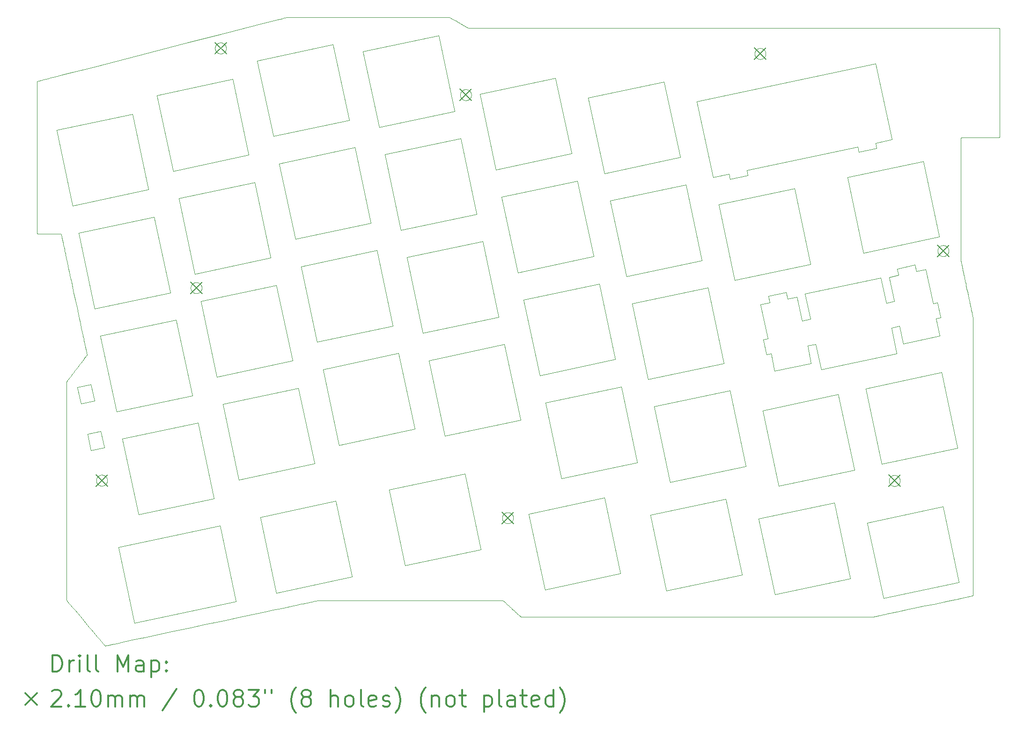
<source format=gbr>
%FSLAX45Y45*%
G04 Gerber Fmt 4.5, Leading zero omitted, Abs format (unit mm)*
G04 Created by KiCad (PCBNEW (5.1.5-0-10_14)) date 2020-05-14 05:52:16*
%MOMM*%
%LPD*%
G04 APERTURE LIST*
%TA.AperFunction,Profile*%
%ADD10C,0.050000*%
%TD*%
%ADD11C,0.200000*%
%ADD12C,0.300000*%
G04 APERTURE END LIST*
D10*
X8298588Y-3355853D02*
X8298588Y-3355853D01*
X18055490Y-3455887D02*
X18055490Y-3455887D01*
X8417206Y-3432875D02*
X8416229Y-3428723D01*
X8416229Y-3428723D02*
X8415106Y-3424709D01*
X8415106Y-3424709D02*
X8413803Y-3420703D01*
X8413803Y-3420703D02*
X8412422Y-3416984D01*
X8412422Y-3416984D02*
X8410858Y-3413239D01*
X8410858Y-3413239D02*
X8409221Y-3409721D01*
X8409221Y-3409721D02*
X8407476Y-3406321D01*
X8407476Y-3406321D02*
X8405648Y-3403073D01*
X8405648Y-3403073D02*
X8403708Y-3399907D01*
X8403708Y-3399907D02*
X8401616Y-3396764D01*
X8401616Y-3396764D02*
X8399481Y-3393804D01*
X8399481Y-3393804D02*
X8397268Y-3390961D01*
X8397268Y-3390961D02*
X8394911Y-3388149D01*
X8394911Y-3388149D02*
X8392483Y-3385458D01*
X8392483Y-3385458D02*
X8389964Y-3382862D01*
X8389964Y-3382862D02*
X8387357Y-3380361D01*
X8387357Y-3380361D02*
X8384693Y-3377983D01*
X8384693Y-3377983D02*
X8381935Y-3375692D01*
X8381935Y-3375692D02*
X8379113Y-3373512D01*
X8379113Y-3373512D02*
X8376017Y-3371297D01*
X8376017Y-3371297D02*
X8372983Y-3369291D01*
X8372983Y-3369291D02*
X8369522Y-3367187D01*
X8369522Y-3367187D02*
X8366110Y-3365294D01*
X8366110Y-3365294D02*
X8362761Y-3363598D01*
X8362761Y-3363598D02*
X8359245Y-3361983D01*
X8359245Y-3361983D02*
X8355437Y-3360413D01*
X8355437Y-3360413D02*
X8351776Y-3359073D01*
X8351776Y-3359073D02*
X8347950Y-3357841D01*
X8347950Y-3357841D02*
X8343958Y-3356734D01*
X8343958Y-3356734D02*
X8339820Y-3355772D01*
X8339820Y-3355772D02*
X8335481Y-3354960D01*
X8335481Y-3354960D02*
X8331054Y-3354336D01*
X8331054Y-3354336D02*
X8326352Y-3353894D01*
X8326352Y-3353894D02*
X8321472Y-3353673D01*
X8321472Y-3353673D02*
X8316437Y-3353697D01*
X8316437Y-3353697D02*
X8311587Y-3353961D01*
X8311587Y-3353961D02*
X8307029Y-3354427D01*
X8307029Y-3354427D02*
X8302615Y-3355081D01*
X8302615Y-3355081D02*
X8298588Y-3355853D01*
X8340159Y-3551484D02*
X8344326Y-3550504D01*
X8344326Y-3550504D02*
X8348298Y-3549395D01*
X8348298Y-3549395D02*
X8352209Y-3548127D01*
X8352209Y-3548127D02*
X8355891Y-3546768D01*
X8355891Y-3546768D02*
X8359459Y-3545290D01*
X8359459Y-3545290D02*
X8363016Y-3543649D01*
X8363016Y-3543649D02*
X8366353Y-3541952D01*
X8366353Y-3541952D02*
X8369642Y-3540119D01*
X8369642Y-3540119D02*
X8372814Y-3538192D01*
X8372814Y-3538192D02*
X8375885Y-3536165D01*
X8375885Y-3536165D02*
X8379083Y-3533874D01*
X8379083Y-3533874D02*
X8382194Y-3531454D01*
X8382194Y-3531454D02*
X8384973Y-3529118D01*
X8384973Y-3529118D02*
X8387659Y-3526688D01*
X8387659Y-3526688D02*
X8390212Y-3524206D01*
X8390212Y-3524206D02*
X8392748Y-3521556D01*
X8392748Y-3521556D02*
X8395147Y-3518862D01*
X8395147Y-3518862D02*
X8397609Y-3515880D01*
X8397609Y-3515880D02*
X8399821Y-3512989D01*
X8399821Y-3512989D02*
X8401925Y-3510021D01*
X8401925Y-3510021D02*
X8403961Y-3506917D01*
X8403961Y-3506917D02*
X8405901Y-3503707D01*
X8405901Y-3503707D02*
X8407790Y-3500292D01*
X8407790Y-3500292D02*
X8409482Y-3496941D01*
X8409482Y-3496941D02*
X8411110Y-3493388D01*
X8411110Y-3493388D02*
X8412633Y-3489682D01*
X8412633Y-3489682D02*
X8413998Y-3485948D01*
X8413998Y-3485948D02*
X8415231Y-3482101D01*
X8415231Y-3482101D02*
X8416329Y-3478124D01*
X8416329Y-3478124D02*
X8417288Y-3473983D01*
X8417288Y-3473983D02*
X8418096Y-3469641D01*
X8418096Y-3469641D02*
X8418712Y-3465248D01*
X8418712Y-3465248D02*
X8419147Y-3460620D01*
X8419147Y-3460620D02*
X8419370Y-3455718D01*
X8419370Y-3455718D02*
X8419348Y-3450738D01*
X8419348Y-3450738D02*
X8419087Y-3445884D01*
X8419087Y-3445884D02*
X8418625Y-3441323D01*
X8418625Y-3441323D02*
X8417975Y-3436905D01*
X8417975Y-3436905D02*
X8417206Y-3432875D01*
X8221541Y-3474454D02*
X8222511Y-3478606D01*
X8222511Y-3478606D02*
X8223623Y-3482601D01*
X8223623Y-3482601D02*
X8224874Y-3486478D01*
X8224874Y-3486478D02*
X8226286Y-3490310D01*
X8226286Y-3490310D02*
X8227797Y-3493950D01*
X8227797Y-3493950D02*
X8229399Y-3497419D01*
X8229399Y-3497419D02*
X8231107Y-3500772D01*
X8231107Y-3500772D02*
X8232902Y-3503995D01*
X8232902Y-3503995D02*
X8234871Y-3507232D01*
X8234871Y-3507232D02*
X8236911Y-3510318D01*
X8236911Y-3510318D02*
X8239102Y-3513377D01*
X8239102Y-3513377D02*
X8241354Y-3516284D01*
X8241354Y-3516284D02*
X8243656Y-3519042D01*
X8243656Y-3519042D02*
X8246038Y-3521696D01*
X8246038Y-3521696D02*
X8248510Y-3524260D01*
X8248510Y-3524260D02*
X8251219Y-3526871D01*
X8251219Y-3526871D02*
X8253906Y-3529278D01*
X8253906Y-3529278D02*
X8256881Y-3531749D01*
X8256881Y-3531749D02*
X8259766Y-3533968D01*
X8259766Y-3533968D02*
X8262697Y-3536060D01*
X8262697Y-3536060D02*
X8265827Y-3538125D01*
X8265827Y-3538125D02*
X8269032Y-3540073D01*
X8269032Y-3540073D02*
X8272259Y-3541874D01*
X8272259Y-3541874D02*
X8275788Y-3543672D01*
X8275788Y-3543672D02*
X8279338Y-3545308D01*
X8279338Y-3545308D02*
X8283092Y-3546861D01*
X8283092Y-3546861D02*
X8286807Y-3548227D01*
X8286807Y-3548227D02*
X8290651Y-3549468D01*
X8290651Y-3549468D02*
X8294589Y-3550565D01*
X8294589Y-3550565D02*
X8298728Y-3551533D01*
X8298728Y-3551533D02*
X8303070Y-3552351D01*
X8303070Y-3552351D02*
X8307499Y-3552982D01*
X8307499Y-3552982D02*
X8312320Y-3553440D01*
X8312320Y-3553440D02*
X8317146Y-3553662D01*
X8317146Y-3553662D02*
X8322284Y-3553640D01*
X8322284Y-3553640D02*
X8327141Y-3553375D01*
X8327141Y-3553375D02*
X8331705Y-3552909D01*
X8331705Y-3552909D02*
X8336284Y-3552229D01*
X8336284Y-3552229D02*
X8340159Y-3551484D01*
X8298588Y-3355853D02*
X8294414Y-3356831D01*
X8294414Y-3356831D02*
X8290284Y-3357986D01*
X8290284Y-3357986D02*
X8286371Y-3359259D01*
X8286371Y-3359259D02*
X8282650Y-3360638D01*
X8282650Y-3360638D02*
X8278797Y-3362248D01*
X8278797Y-3362248D02*
X8275367Y-3363845D01*
X8275367Y-3363845D02*
X8272017Y-3365562D01*
X8272017Y-3365562D02*
X8268370Y-3367621D01*
X8268370Y-3367621D02*
X8264988Y-3369717D01*
X8264988Y-3369717D02*
X8261985Y-3371742D01*
X8261985Y-3371742D02*
X8258644Y-3374189D01*
X8258644Y-3374189D02*
X8255781Y-3376464D01*
X8255781Y-3376464D02*
X8252812Y-3379012D01*
X8252812Y-3379012D02*
X8250155Y-3381473D01*
X8250155Y-3381473D02*
X8247579Y-3384038D01*
X8247579Y-3384038D02*
X8245026Y-3386774D01*
X8245026Y-3386774D02*
X8242687Y-3389471D01*
X8242687Y-3389471D02*
X8240437Y-3392261D01*
X8240437Y-3392261D02*
X8238189Y-3395265D01*
X8238189Y-3395265D02*
X8236108Y-3398272D01*
X8236108Y-3398272D02*
X8234088Y-3401432D01*
X8234088Y-3401432D02*
X8232187Y-3404665D01*
X8232187Y-3404665D02*
X8230339Y-3408101D01*
X8230339Y-3408101D02*
X8228688Y-3411474D01*
X8228688Y-3411474D02*
X8226988Y-3415325D01*
X8226988Y-3415325D02*
X8225553Y-3418967D01*
X8225553Y-3418967D02*
X8224249Y-3422704D01*
X8224249Y-3422704D02*
X8223071Y-3426571D01*
X8223071Y-3426571D02*
X8221874Y-3431230D01*
X8221874Y-3431230D02*
X8220998Y-3435435D01*
X8220998Y-3435435D02*
X8220286Y-3439802D01*
X8220286Y-3439802D02*
X8219754Y-3444369D01*
X8219754Y-3444369D02*
X8219419Y-3449289D01*
X8219419Y-3449289D02*
X8219329Y-3454252D01*
X8219329Y-3454252D02*
X8219490Y-3459249D01*
X8219490Y-3459249D02*
X8219873Y-3463958D01*
X8219873Y-3463958D02*
X8220460Y-3468529D01*
X8220460Y-3468529D02*
X8221201Y-3472794D01*
X8221201Y-3472794D02*
X8221541Y-3474454D01*
X12752563Y-4399353D02*
X12752563Y-4399353D01*
X18174108Y-3532908D02*
X18173162Y-3528853D01*
X18173162Y-3528853D02*
X18172072Y-3524914D01*
X18172072Y-3524914D02*
X18170851Y-3521109D01*
X18170851Y-3521109D02*
X18169476Y-3517345D01*
X18169476Y-3517345D02*
X18167991Y-3513736D01*
X18167991Y-3513736D02*
X18166359Y-3510173D01*
X18166359Y-3510173D02*
X18164614Y-3506729D01*
X18164614Y-3506729D02*
X18162746Y-3503371D01*
X18162746Y-3503371D02*
X18160849Y-3500247D01*
X18160849Y-3500247D02*
X18158824Y-3497174D01*
X18158824Y-3497174D02*
X18156705Y-3494203D01*
X18156705Y-3494203D02*
X18154508Y-3491349D01*
X18154508Y-3491349D02*
X18151968Y-3488297D01*
X18151968Y-3488297D02*
X18149340Y-3485382D01*
X18149340Y-3485382D02*
X18146845Y-3482816D01*
X18146845Y-3482816D02*
X18144209Y-3480293D01*
X18144209Y-3480293D02*
X18141515Y-3477895D01*
X18141515Y-3477895D02*
X18138738Y-3475597D01*
X18138738Y-3475597D02*
X18135762Y-3473311D01*
X18135762Y-3473311D02*
X18132735Y-3471161D01*
X18132735Y-3471161D02*
X18129346Y-3468944D01*
X18129346Y-3468944D02*
X18126097Y-3466996D01*
X18126097Y-3466996D02*
X18122859Y-3465213D01*
X18122859Y-3465213D02*
X18119454Y-3463502D01*
X18119454Y-3463502D02*
X18115897Y-3461882D01*
X18115897Y-3461882D02*
X18112310Y-3460413D01*
X18112310Y-3460413D02*
X18108628Y-3459069D01*
X18108628Y-3459069D02*
X18104744Y-3457826D01*
X18104744Y-3457826D02*
X18100766Y-3456730D01*
X18100766Y-3456730D02*
X18096660Y-3455782D01*
X18096660Y-3455782D02*
X18092277Y-3454970D01*
X18092277Y-3454970D02*
X18087883Y-3454356D01*
X18087883Y-3454356D02*
X18083290Y-3453928D01*
X18083290Y-3453928D02*
X18078347Y-3453705D01*
X18078347Y-3453705D02*
X18073364Y-3453730D01*
X18073364Y-3453730D02*
X18068508Y-3453995D01*
X18068508Y-3453995D02*
X18063943Y-3454461D01*
X18063943Y-3454461D02*
X18059523Y-3455115D01*
X18059523Y-3455115D02*
X18055490Y-3455887D01*
X18097146Y-3651518D02*
X18101313Y-3650538D01*
X18101313Y-3650538D02*
X18105285Y-3649428D01*
X18105285Y-3649428D02*
X18109195Y-3648161D01*
X18109195Y-3648161D02*
X18112877Y-3646801D01*
X18112877Y-3646801D02*
X18116445Y-3645323D01*
X18116445Y-3645323D02*
X18120003Y-3643683D01*
X18120003Y-3643683D02*
X18123339Y-3641986D01*
X18123339Y-3641986D02*
X18126628Y-3640153D01*
X18126628Y-3640153D02*
X18129799Y-3638225D01*
X18129799Y-3638225D02*
X18132870Y-3636199D01*
X18132870Y-3636199D02*
X18135946Y-3633998D01*
X18135946Y-3633998D02*
X18138825Y-3631772D01*
X18138825Y-3631772D02*
X18141614Y-3629449D01*
X18141614Y-3629449D02*
X18144312Y-3627030D01*
X18144312Y-3627030D02*
X18146875Y-3624559D01*
X18146875Y-3624559D02*
X18149423Y-3621921D01*
X18149423Y-3621921D02*
X18151809Y-3619265D01*
X18151809Y-3619265D02*
X18154238Y-3616354D01*
X18154238Y-3616354D02*
X18156531Y-3613385D01*
X18156531Y-3613385D02*
X18158627Y-3610457D01*
X18158627Y-3610457D02*
X18160857Y-3607077D01*
X18160857Y-3607077D02*
X18162799Y-3603870D01*
X18162799Y-3603870D02*
X18164622Y-3600591D01*
X18164622Y-3600591D02*
X18166321Y-3597245D01*
X18166321Y-3597245D02*
X18168122Y-3593318D01*
X18168122Y-3593318D02*
X18169619Y-3589663D01*
X18169619Y-3589663D02*
X18170960Y-3585981D01*
X18170960Y-3585981D02*
X18172201Y-3582098D01*
X18172201Y-3582098D02*
X18173313Y-3578048D01*
X18173313Y-3578048D02*
X18174302Y-3573719D01*
X18174302Y-3573719D02*
X18175092Y-3569373D01*
X18175092Y-3569373D02*
X18175708Y-3564825D01*
X18175708Y-3564825D02*
X18176114Y-3560231D01*
X18176114Y-3560231D02*
X18176311Y-3555286D01*
X18176311Y-3555286D02*
X18176260Y-3550303D01*
X18176260Y-3550303D02*
X18175969Y-3545447D01*
X18175969Y-3545447D02*
X18175478Y-3540883D01*
X18175478Y-3540883D02*
X18174800Y-3536465D01*
X18174800Y-3536465D02*
X18174108Y-3532908D01*
X17978528Y-3574488D02*
X17979498Y-3578640D01*
X17979498Y-3578640D02*
X17980609Y-3582635D01*
X17980609Y-3582635D02*
X17981861Y-3586512D01*
X17981861Y-3586512D02*
X17983273Y-3590344D01*
X17983273Y-3590344D02*
X17984784Y-3593984D01*
X17984784Y-3593984D02*
X17986386Y-3597453D01*
X17986386Y-3597453D02*
X17988093Y-3600806D01*
X17988093Y-3600806D02*
X17989889Y-3604028D01*
X17989889Y-3604028D02*
X17991858Y-3607266D01*
X17991858Y-3607266D02*
X17993897Y-3610352D01*
X17993897Y-3610352D02*
X17996089Y-3613411D01*
X17996089Y-3613411D02*
X17998341Y-3616318D01*
X17998341Y-3616318D02*
X18000643Y-3619076D01*
X18000643Y-3619076D02*
X18003025Y-3621730D01*
X18003025Y-3621730D02*
X18005497Y-3624293D01*
X18005497Y-3624293D02*
X18008205Y-3626905D01*
X18008205Y-3626905D02*
X18010893Y-3629311D01*
X18010893Y-3629311D02*
X18013868Y-3631782D01*
X18013868Y-3631782D02*
X18016752Y-3634002D01*
X18016752Y-3634002D02*
X18019683Y-3636093D01*
X18019683Y-3636093D02*
X18022814Y-3638159D01*
X18022814Y-3638159D02*
X18026019Y-3640107D01*
X18026019Y-3640107D02*
X18029246Y-3641908D01*
X18029246Y-3641908D02*
X18032775Y-3643706D01*
X18032775Y-3643706D02*
X18036324Y-3645342D01*
X18036324Y-3645342D02*
X18040079Y-3646895D01*
X18040079Y-3646895D02*
X18043793Y-3648260D01*
X18043793Y-3648260D02*
X18047638Y-3649502D01*
X18047638Y-3649502D02*
X18051576Y-3650598D01*
X18051576Y-3650598D02*
X18055715Y-3651567D01*
X18055715Y-3651567D02*
X18060057Y-3652385D01*
X18060057Y-3652385D02*
X18064486Y-3653016D01*
X18064486Y-3653016D02*
X18069306Y-3653474D01*
X18069306Y-3653474D02*
X18074133Y-3653695D01*
X18074133Y-3653695D02*
X18079271Y-3653673D01*
X18079271Y-3653673D02*
X18084128Y-3653409D01*
X18084128Y-3653409D02*
X18088692Y-3652943D01*
X18088692Y-3652943D02*
X18093271Y-3652262D01*
X18093271Y-3652262D02*
X18097146Y-3651518D01*
X18055490Y-3455887D02*
X18051342Y-3456860D01*
X18051342Y-3456860D02*
X18047351Y-3457974D01*
X18047351Y-3457974D02*
X18043328Y-3459280D01*
X18043328Y-3459280D02*
X18039467Y-3460715D01*
X18039467Y-3460715D02*
X18035870Y-3462219D01*
X18035870Y-3462219D02*
X18032354Y-3463853D01*
X18032354Y-3463853D02*
X18028923Y-3465614D01*
X18028923Y-3465614D02*
X18025710Y-3467421D01*
X18025710Y-3467421D02*
X18022546Y-3469358D01*
X18022546Y-3469358D02*
X18019514Y-3471373D01*
X18019514Y-3471373D02*
X18016567Y-3473491D01*
X18016567Y-3473491D02*
X18013677Y-3475733D01*
X18013677Y-3475733D02*
X18010906Y-3478048D01*
X18010906Y-3478048D02*
X18008213Y-3480470D01*
X18008213Y-3480470D02*
X18005613Y-3482984D01*
X18005613Y-3482984D02*
X18003109Y-3485586D01*
X18003109Y-3485586D02*
X18000691Y-3488288D01*
X18000691Y-3488288D02*
X17998397Y-3491043D01*
X17998397Y-3491043D02*
X17996104Y-3494012D01*
X17996104Y-3494012D02*
X17993987Y-3496970D01*
X17993987Y-3496970D02*
X17991939Y-3500066D01*
X17991939Y-3500066D02*
X17989911Y-3503397D01*
X17989911Y-3503397D02*
X17988102Y-3506639D01*
X17988102Y-3506639D02*
X17986379Y-3510016D01*
X17986379Y-3510016D02*
X17984498Y-3514112D01*
X17984498Y-3514112D02*
X17983016Y-3517733D01*
X17983016Y-3517733D02*
X17981663Y-3521450D01*
X17981663Y-3521450D02*
X17980434Y-3525297D01*
X17980434Y-3525297D02*
X17979354Y-3529219D01*
X17979354Y-3529219D02*
X17978395Y-3533378D01*
X17978395Y-3533378D02*
X17977591Y-3537721D01*
X17977591Y-3537721D02*
X17976979Y-3542113D01*
X17976979Y-3542113D02*
X17976542Y-3546857D01*
X17976542Y-3546857D02*
X17976329Y-3551799D01*
X17976329Y-3551799D02*
X17976365Y-3556780D01*
X17976365Y-3556780D02*
X17976640Y-3561634D01*
X17976640Y-3561634D02*
X17977116Y-3566196D01*
X17977116Y-3566196D02*
X17977780Y-3570615D01*
X17977780Y-3570615D02*
X17978528Y-3574488D01*
X10894553Y-3514840D02*
X10894553Y-3514840D01*
X11185637Y-4884298D02*
X10894553Y-3514840D01*
X12555035Y-4593206D02*
X11185637Y-4884298D01*
X12263951Y-3223756D02*
X12555035Y-4593206D01*
X10894553Y-3514840D02*
X12263951Y-3223756D01*
X12652741Y-4299336D02*
X12652867Y-4304407D01*
X12652867Y-4304407D02*
X12653214Y-4309136D01*
X12653214Y-4309136D02*
X12653751Y-4313607D01*
X12653751Y-4313607D02*
X12654460Y-4317899D01*
X12654460Y-4317899D02*
X12655332Y-4322052D01*
X12655332Y-4322052D02*
X12656363Y-4326103D01*
X12656363Y-4326103D02*
X12657581Y-4330158D01*
X12657581Y-4330158D02*
X12658903Y-4333978D01*
X12658903Y-4333978D02*
X12660345Y-4337656D01*
X12660345Y-4337656D02*
X12661934Y-4341278D01*
X12661934Y-4341278D02*
X12663660Y-4344823D01*
X12663660Y-4344823D02*
X12665445Y-4348157D01*
X12665445Y-4348157D02*
X12667430Y-4351542D01*
X12667430Y-4351542D02*
X12669459Y-4354716D01*
X12669459Y-4354716D02*
X12671513Y-4357684D01*
X12671513Y-4357684D02*
X12673948Y-4360929D01*
X12673948Y-4360929D02*
X12676218Y-4363726D01*
X12676218Y-4363726D02*
X12678559Y-4366410D01*
X12678559Y-4366410D02*
X12681046Y-4369063D01*
X12681046Y-4369063D02*
X12683572Y-4371572D01*
X12683572Y-4371572D02*
X12686240Y-4374040D01*
X12686240Y-4374040D02*
X12688968Y-4376386D01*
X12688968Y-4376386D02*
X12691780Y-4378635D01*
X12691780Y-4378635D02*
X12694871Y-4380925D01*
X12694871Y-4380925D02*
X12697894Y-4382993D01*
X12697894Y-4382993D02*
X12701075Y-4385002D01*
X12701075Y-4385002D02*
X12704334Y-4386891D01*
X12704334Y-4386891D02*
X12707771Y-4388711D01*
X12707771Y-4388711D02*
X12711180Y-4390352D01*
X12711180Y-4390352D02*
X12714695Y-4391881D01*
X12714695Y-4391881D02*
X12718384Y-4393316D01*
X12718384Y-4393316D02*
X12722252Y-4394641D01*
X12722252Y-4394641D02*
X12726132Y-4395795D01*
X12726132Y-4395795D02*
X12730151Y-4396812D01*
X12730151Y-4396812D02*
X12734518Y-4397716D01*
X12734518Y-4397716D02*
X12738854Y-4398413D01*
X12738854Y-4398413D02*
X12743368Y-4398932D01*
X12743368Y-4398932D02*
X12748277Y-4399262D01*
X12748277Y-4399262D02*
X12752563Y-4399353D01*
X12752563Y-4199353D02*
X12747362Y-4199488D01*
X12747362Y-4199488D02*
X12742621Y-4199846D01*
X12742621Y-4199846D02*
X12738098Y-4200402D01*
X12738098Y-4200402D02*
X12733792Y-4201129D01*
X12733792Y-4201129D02*
X12729548Y-4202039D01*
X12729548Y-4202039D02*
X12725521Y-4203085D01*
X12725521Y-4203085D02*
X12721560Y-4204295D01*
X12721560Y-4204295D02*
X12717669Y-4205663D01*
X12717669Y-4205663D02*
X12714028Y-4207112D01*
X12714028Y-4207112D02*
X12710527Y-4208666D01*
X12710527Y-4208666D02*
X12707131Y-4210332D01*
X12707131Y-4210332D02*
X12703676Y-4212196D01*
X12703676Y-4212196D02*
X12700432Y-4214111D01*
X12700432Y-4214111D02*
X12697361Y-4216081D01*
X12697361Y-4216081D02*
X12694184Y-4218291D01*
X12694184Y-4218291D02*
X12691187Y-4220549D01*
X12691187Y-4220549D02*
X12688393Y-4222820D01*
X12688393Y-4222820D02*
X12685697Y-4225175D01*
X12685697Y-4225175D02*
X12683086Y-4227624D01*
X12683086Y-4227624D02*
X12680525Y-4230204D01*
X12680525Y-4230204D02*
X12677984Y-4232960D01*
X12677984Y-4232960D02*
X12675641Y-4235694D01*
X12675641Y-4235694D02*
X12673407Y-4238496D01*
X12673407Y-4238496D02*
X12671273Y-4241380D01*
X12671273Y-4241380D02*
X12669044Y-4244640D01*
X12669044Y-4244640D02*
X12667039Y-4247828D01*
X12667039Y-4247828D02*
X12665206Y-4250997D01*
X12665206Y-4250997D02*
X12663445Y-4254322D01*
X12663445Y-4254322D02*
X12661791Y-4257754D01*
X12661791Y-4257754D02*
X12660243Y-4261310D01*
X12660243Y-4261310D02*
X12658837Y-4264918D01*
X12658837Y-4264918D02*
X12657498Y-4268811D01*
X12657498Y-4268811D02*
X12656342Y-4272681D01*
X12656342Y-4272681D02*
X12655323Y-4276691D01*
X12655323Y-4276691D02*
X12654431Y-4280955D01*
X12654431Y-4280955D02*
X12653723Y-4285283D01*
X12653723Y-4285283D02*
X12653188Y-4289828D01*
X12653188Y-4289828D02*
X12652850Y-4294613D01*
X12652850Y-4294613D02*
X12652741Y-4299336D01*
X12852723Y-4299336D02*
X12852603Y-4294393D01*
X12852603Y-4294393D02*
X12852261Y-4289670D01*
X12852261Y-4289670D02*
X12851725Y-4285166D01*
X12851725Y-4285166D02*
X12851005Y-4280801D01*
X12851005Y-4280801D02*
X12850104Y-4276521D01*
X12850104Y-4276521D02*
X12849084Y-4272533D01*
X12849084Y-4272533D02*
X12847887Y-4268555D01*
X12847887Y-4268555D02*
X12846572Y-4264757D01*
X12846572Y-4264757D02*
X12845146Y-4261117D01*
X12845146Y-4261117D02*
X12843600Y-4257582D01*
X12843600Y-4257582D02*
X12841948Y-4254170D01*
X12841948Y-4254170D02*
X12840089Y-4250684D01*
X12840089Y-4250684D02*
X12838196Y-4247442D01*
X12838196Y-4247442D02*
X12836176Y-4244262D01*
X12836176Y-4244262D02*
X12834128Y-4241288D01*
X12834128Y-4241288D02*
X12831977Y-4238392D01*
X12831977Y-4238392D02*
X12829725Y-4235578D01*
X12829725Y-4235578D02*
X12827275Y-4232736D01*
X12827275Y-4232736D02*
X12824826Y-4230096D01*
X12824826Y-4230096D02*
X12822284Y-4227545D01*
X12822284Y-4227545D02*
X12819651Y-4225087D01*
X12819651Y-4225087D02*
X12816817Y-4222627D01*
X12816817Y-4222627D02*
X12814009Y-4220365D01*
X12814009Y-4220365D02*
X12811119Y-4218203D01*
X12811119Y-4218203D02*
X12808118Y-4216123D01*
X12808118Y-4216123D02*
X12804974Y-4214111D01*
X12804974Y-4214111D02*
X12801439Y-4212038D01*
X12801439Y-4212038D02*
X12797982Y-4210194D01*
X12797982Y-4210194D02*
X12794428Y-4208474D01*
X12794428Y-4208474D02*
X12790939Y-4206950D01*
X12790939Y-4206950D02*
X12787238Y-4205503D01*
X12787238Y-4205503D02*
X12783468Y-4204200D01*
X12783468Y-4204200D02*
X12779481Y-4203002D01*
X12779481Y-4203002D02*
X12775464Y-4201976D01*
X12775464Y-4201976D02*
X12771307Y-4201099D01*
X12771307Y-4201099D02*
X12767011Y-4200385D01*
X12767011Y-4200385D02*
X12762259Y-4199815D01*
X12762259Y-4199815D02*
X12757481Y-4199472D01*
X12757481Y-4199472D02*
X12752563Y-4199353D01*
X12752563Y-4399353D02*
X12757481Y-4399235D01*
X12757481Y-4399235D02*
X12762259Y-4398891D01*
X12762259Y-4398891D02*
X12766835Y-4398347D01*
X12766835Y-4398347D02*
X12771154Y-4397638D01*
X12771154Y-4397638D02*
X12775445Y-4396737D01*
X12775445Y-4396737D02*
X12779593Y-4395677D01*
X12779593Y-4395677D02*
X12783486Y-4394506D01*
X12783486Y-4394506D02*
X12787382Y-4393157D01*
X12787382Y-4393157D02*
X12791080Y-4391706D01*
X12791080Y-4391706D02*
X12794567Y-4390178D01*
X12794567Y-4390178D02*
X12797982Y-4388523D01*
X12797982Y-4388523D02*
X12801323Y-4386745D01*
X12801323Y-4386745D02*
X12804556Y-4384865D01*
X12804556Y-4384865D02*
X12807647Y-4382911D01*
X12807647Y-4382911D02*
X12810629Y-4380870D01*
X12810629Y-4380870D02*
X12813532Y-4378726D01*
X12813532Y-4378726D02*
X12816354Y-4376482D01*
X12816354Y-4376482D02*
X12819092Y-4374139D01*
X12819092Y-4374139D02*
X12821715Y-4371727D01*
X12821715Y-4371727D02*
X12824304Y-4369170D01*
X12824304Y-4369170D02*
X12826773Y-4366549D01*
X12826773Y-4366549D02*
X12829122Y-4363869D01*
X12829122Y-4363869D02*
X12831516Y-4360929D01*
X12831516Y-4360929D02*
X12833865Y-4357806D01*
X12833865Y-4357806D02*
X12835925Y-4354841D01*
X12835925Y-4354841D02*
X12837960Y-4351671D01*
X12837960Y-4351671D02*
X12839848Y-4348469D01*
X12839848Y-4348469D02*
X12841672Y-4345093D01*
X12841672Y-4345093D02*
X12843408Y-4341553D01*
X12843408Y-4341553D02*
X12844948Y-4338077D01*
X12844948Y-4338077D02*
X12846466Y-4334247D01*
X12846466Y-4334247D02*
X12847781Y-4330487D01*
X12847781Y-4330487D02*
X12848959Y-4326623D01*
X12848959Y-4326623D02*
X12849992Y-4322656D01*
X12849992Y-4322656D02*
X12850911Y-4318398D01*
X12850911Y-4318398D02*
X12851652Y-4314035D01*
X12851652Y-4314035D02*
X12852211Y-4309531D01*
X12852211Y-4309531D02*
X12852580Y-4304727D01*
X12852580Y-4304727D02*
X12852722Y-4299842D01*
X12852722Y-4299842D02*
X12852723Y-4299336D01*
X8981594Y-3677866D02*
X8981594Y-3677866D01*
X9272678Y-5047324D02*
X8981594Y-3677866D01*
X10642161Y-4756232D02*
X9272678Y-5047324D01*
X10351077Y-3386782D02*
X10642161Y-4756232D01*
X8981594Y-3677866D02*
X10351077Y-3386782D01*
X13005208Y-4282157D02*
X13005208Y-4282157D01*
X13296292Y-5651607D02*
X13005208Y-4282157D01*
X14665775Y-5360514D02*
X13296292Y-5651607D01*
X14374607Y-3991065D02*
X14665775Y-5360514D01*
X13005208Y-4282157D02*
X14374607Y-3991065D01*
X7167780Y-4306982D02*
X7167780Y-4306982D01*
X7458864Y-5676440D02*
X7167780Y-4306982D01*
X8828347Y-5385347D02*
X7458864Y-5676440D01*
X6036803Y-9835927D02*
X5793471Y-9887641D01*
X5974403Y-9542481D02*
X6036803Y-9835927D01*
X5731156Y-9594203D02*
X5974403Y-9542481D01*
X6146023Y-8662582D02*
X6146023Y-8662582D01*
X6437107Y-10032032D02*
X6146023Y-8662582D01*
X7806590Y-9740948D02*
X6437107Y-10032032D01*
X7515506Y-8371498D02*
X7806590Y-9740948D01*
X6146023Y-8662582D02*
X7515506Y-8371498D01*
X5536084Y-9492070D02*
X5536685Y-9487660D01*
X5536685Y-9487660D02*
X5538168Y-9484100D01*
X5538168Y-9484100D02*
X5539301Y-9482384D01*
X5437363Y-6825349D02*
X5436018Y-6821552D01*
X5436018Y-6821552D02*
X5434027Y-6818512D01*
X5434027Y-6818512D02*
X5431483Y-6816055D01*
X5431483Y-6816055D02*
X5428366Y-6814166D01*
X5428366Y-6814166D02*
X5424565Y-6812963D01*
X5424565Y-6812963D02*
X5421699Y-6812700D01*
X18119329Y-10010865D02*
X19488727Y-9719739D01*
X6267943Y-11257158D02*
X6266935Y-11252887D01*
X6266935Y-11252887D02*
X6265831Y-11248950D01*
X6265831Y-11248950D02*
X6264528Y-11244943D01*
X6264528Y-11244943D02*
X6263147Y-11241223D01*
X6263147Y-11241223D02*
X6261661Y-11237656D01*
X6261661Y-11237656D02*
X6259980Y-11234029D01*
X6259980Y-11234029D02*
X6258283Y-11230713D01*
X6258283Y-11230713D02*
X6256471Y-11227477D01*
X6256471Y-11227477D02*
X6254558Y-11224340D01*
X6254558Y-11224340D02*
X6252537Y-11221286D01*
X6252537Y-11221286D02*
X6250413Y-11218319D01*
X6250413Y-11218319D02*
X6248175Y-11215424D01*
X6248175Y-11215424D02*
X6245765Y-11212535D01*
X6245765Y-11212535D02*
X6243137Y-11209620D01*
X6243137Y-11209620D02*
X6240642Y-11207054D01*
X6240642Y-11207054D02*
X6238007Y-11204531D01*
X6238007Y-11204531D02*
X6235313Y-11202133D01*
X6235313Y-11202133D02*
X6232332Y-11199672D01*
X6232332Y-11199672D02*
X6229321Y-11197373D01*
X6229321Y-11197373D02*
X6226119Y-11195117D01*
X6226119Y-11195117D02*
X6223086Y-11193145D01*
X6223086Y-11193145D02*
X6219902Y-11191237D01*
X6219902Y-11191237D02*
X6216666Y-11189455D01*
X6216666Y-11189455D02*
X6213297Y-11187760D01*
X6213297Y-11187760D02*
X6209846Y-11186183D01*
X6209846Y-11186183D02*
X6206211Y-11184689D01*
X6206211Y-11184689D02*
X6202550Y-11183349D01*
X6202550Y-11183349D02*
X6198670Y-11182101D01*
X6198670Y-11182101D02*
X6194732Y-11181010D01*
X6194732Y-11181010D02*
X6190593Y-11180047D01*
X6190593Y-11180047D02*
X6186384Y-11179257D01*
X6186384Y-11179257D02*
X6181861Y-11178615D01*
X6181861Y-11178615D02*
X6177272Y-11178177D01*
X6177272Y-11178177D02*
X6172487Y-11177950D01*
X6172487Y-11177950D02*
X6167352Y-11177961D01*
X6167352Y-11177961D02*
X6162341Y-11178228D01*
X6162341Y-11178228D02*
X6157777Y-11178692D01*
X6157777Y-11178692D02*
X6153357Y-11179342D01*
X6153357Y-11179342D02*
X6149325Y-11180112D01*
X6190896Y-11375776D02*
X6195050Y-11374799D01*
X6195050Y-11374799D02*
X6199046Y-11373682D01*
X6199046Y-11373682D02*
X6202850Y-11372452D01*
X6202850Y-11372452D02*
X6206648Y-11371052D01*
X6206648Y-11371052D02*
X6210255Y-11369558D01*
X6210255Y-11369558D02*
X6213798Y-11367924D01*
X6213798Y-11367924D02*
X6217119Y-11366234D01*
X6217119Y-11366234D02*
X6220411Y-11364401D01*
X6220411Y-11364401D02*
X6223584Y-11362473D01*
X6223584Y-11362473D02*
X6226657Y-11360446D01*
X6226657Y-11360446D02*
X6229826Y-11358178D01*
X6229826Y-11358178D02*
X6232983Y-11355723D01*
X6232983Y-11355723D02*
X6235747Y-11353400D01*
X6235747Y-11353400D02*
X6238433Y-11350970D01*
X6238433Y-11350970D02*
X6240986Y-11348489D01*
X6240986Y-11348489D02*
X6243522Y-11345840D01*
X6243522Y-11345840D02*
X6246115Y-11342918D01*
X6246115Y-11342918D02*
X6248381Y-11340166D01*
X6248381Y-11340166D02*
X6250768Y-11337034D01*
X6250768Y-11337034D02*
X6252842Y-11334092D01*
X6252842Y-11334092D02*
X6254828Y-11331046D01*
X6254828Y-11331046D02*
X6256816Y-11327736D01*
X6256816Y-11327736D02*
X6258624Y-11324450D01*
X6258624Y-11324450D02*
X6260374Y-11320961D01*
X6260374Y-11320961D02*
X6261944Y-11317507D01*
X6261944Y-11317507D02*
X6263412Y-11313922D01*
X6263412Y-11313922D02*
X6264754Y-11310241D01*
X6264754Y-11310241D02*
X6265985Y-11306395D01*
X6265985Y-11306395D02*
X6267109Y-11302309D01*
X6267109Y-11302309D02*
X6268068Y-11298129D01*
X6268068Y-11298129D02*
X6268867Y-11293784D01*
X6268867Y-11293784D02*
X6269477Y-11289371D01*
X6269477Y-11289371D02*
X6269918Y-11284491D01*
X6269918Y-11284491D02*
X6270119Y-11279545D01*
X6270119Y-11279545D02*
X6270072Y-11274561D01*
X6270072Y-11274561D02*
X6269774Y-11269546D01*
X6269774Y-11269546D02*
X6269260Y-11264823D01*
X6269260Y-11264823D02*
X6268574Y-11260401D01*
X6268574Y-11260401D02*
X6267943Y-11257158D01*
X6072278Y-11298730D02*
X6073284Y-11303000D01*
X6073284Y-11303000D02*
X6074498Y-11307298D01*
X6074498Y-11307298D02*
X6075738Y-11311076D01*
X6075738Y-11311076D02*
X6077173Y-11314921D01*
X6077173Y-11314921D02*
X6078732Y-11318627D01*
X6078732Y-11318627D02*
X6080470Y-11322331D01*
X6080470Y-11322331D02*
X6082184Y-11325638D01*
X6082184Y-11325638D02*
X6084060Y-11328947D01*
X6084060Y-11328947D02*
X6085992Y-11332072D01*
X6085992Y-11332072D02*
X6088030Y-11335113D01*
X6088030Y-11335113D02*
X6090240Y-11338159D01*
X6090240Y-11338159D02*
X6092449Y-11340979D01*
X6092449Y-11340979D02*
X6094753Y-11343712D01*
X6094753Y-11343712D02*
X6097264Y-11346479D01*
X6097264Y-11346479D02*
X6100033Y-11349304D01*
X6100033Y-11349304D02*
X6102656Y-11351786D01*
X6102656Y-11351786D02*
X6105364Y-11354169D01*
X6105364Y-11354169D02*
X6108153Y-11356452D01*
X6108153Y-11356452D02*
X6111110Y-11358698D01*
X6111110Y-11358698D02*
X6114101Y-11360801D01*
X6114101Y-11360801D02*
X6117230Y-11362834D01*
X6117230Y-11362834D02*
X6120708Y-11364908D01*
X6120708Y-11364908D02*
X6123969Y-11366685D01*
X6123969Y-11366685D02*
X6127380Y-11368381D01*
X6127380Y-11368381D02*
X6130926Y-11369978D01*
X6130926Y-11369978D02*
X6134553Y-11371445D01*
X6134553Y-11371445D02*
X6138276Y-11372782D01*
X6138276Y-11372782D02*
X6142112Y-11373990D01*
X6142112Y-11373990D02*
X6146075Y-11375062D01*
X6146075Y-11375062D02*
X6150222Y-11375999D01*
X6150222Y-11375999D02*
X6154476Y-11376769D01*
X6154476Y-11376769D02*
X6159120Y-11377392D01*
X6159120Y-11377392D02*
X6163870Y-11377801D01*
X6163870Y-11377801D02*
X6168818Y-11377983D01*
X6168818Y-11377983D02*
X6173805Y-11377916D01*
X6173805Y-11377916D02*
X6178664Y-11377610D01*
X6178664Y-11377610D02*
X6183389Y-11377084D01*
X6183389Y-11377084D02*
X6187811Y-11376384D01*
X6187811Y-11376384D02*
X6190896Y-11375776D01*
X6149325Y-11180112D02*
X6145209Y-11181078D01*
X6145209Y-11181078D02*
X6140907Y-11182286D01*
X6140907Y-11182286D02*
X6137109Y-11183527D01*
X6137109Y-11183527D02*
X6133426Y-11184894D01*
X6133426Y-11184894D02*
X6129680Y-11186459D01*
X6129680Y-11186459D02*
X6126161Y-11188095D01*
X6126161Y-11188095D02*
X6121949Y-11190282D01*
X6121949Y-11190282D02*
X6118753Y-11192118D01*
X6118753Y-11192118D02*
X6115479Y-11194168D01*
X6115479Y-11194168D02*
X6112454Y-11196225D01*
X6112454Y-11196225D02*
X6109545Y-11198362D01*
X6109545Y-11198362D02*
X6106665Y-11200646D01*
X6106665Y-11200646D02*
X6103934Y-11202978D01*
X6103934Y-11202978D02*
X6101238Y-11205454D01*
X6101238Y-11205454D02*
X6098705Y-11207955D01*
X6098705Y-11207955D02*
X6096089Y-11210736D01*
X6096089Y-11210736D02*
X6093716Y-11213452D01*
X6093716Y-11213452D02*
X6091455Y-11216235D01*
X6091455Y-11216235D02*
X6089296Y-11219095D01*
X6089296Y-11219095D02*
X6087199Y-11222090D01*
X6087199Y-11222090D02*
X6085173Y-11225223D01*
X6085173Y-11225223D02*
X6083254Y-11228445D01*
X6083254Y-11228445D02*
X6081456Y-11231738D01*
X6081456Y-11231738D02*
X6079781Y-11235097D01*
X6079781Y-11235097D02*
X6078164Y-11238675D01*
X6078164Y-11238675D02*
X6076700Y-11242284D01*
X6076700Y-11242284D02*
X6075369Y-11245969D01*
X6075369Y-11245969D02*
X6074154Y-11249802D01*
X6074154Y-11249802D02*
X6072928Y-11254351D01*
X6072928Y-11254351D02*
X6072000Y-11258539D01*
X6072000Y-11258539D02*
X6071211Y-11263042D01*
X6071211Y-11263042D02*
X6070626Y-11267615D01*
X6070626Y-11267615D02*
X6070245Y-11272349D01*
X6070245Y-11272349D02*
X6070090Y-11277299D01*
X6070090Y-11277299D02*
X6070184Y-11282285D01*
X6070184Y-11282285D02*
X6070501Y-11286986D01*
X6070501Y-11286986D02*
X6071023Y-11291548D01*
X6071023Y-11291548D02*
X6071732Y-11295965D01*
X6071732Y-11295965D02*
X6072278Y-11298730D01*
X20483815Y-11185700D02*
X20483815Y-11185700D01*
X18410413Y-11380264D02*
X18119329Y-10010865D01*
X19779811Y-11089180D02*
X18410413Y-11380264D01*
X19488727Y-9719739D02*
X19779811Y-11089180D01*
X15551389Y-12962514D02*
X14181905Y-13253598D01*
X15260305Y-11593031D02*
X15551389Y-12962514D01*
X13890821Y-11884115D02*
X15260305Y-11593031D01*
X15363683Y-6215292D02*
X15363683Y-6215292D01*
X15654767Y-7584742D02*
X15363683Y-6215292D01*
X17024165Y-7293658D02*
X15654767Y-7584742D01*
X16733081Y-5924208D02*
X17024165Y-7293658D01*
X16156417Y-9941862D02*
X17525900Y-9650803D01*
X6149325Y-11180112D02*
X6149325Y-11180112D01*
X18119329Y-10010865D02*
X18119329Y-10010865D01*
X15760346Y-8078526D02*
X17129152Y-7787569D01*
X5731156Y-9594203D02*
X5731156Y-9594203D01*
X5793471Y-9887641D02*
X5731156Y-9594203D01*
X15562903Y-9581165D02*
X15853987Y-10950580D01*
X14193420Y-9872249D02*
X15562903Y-9581165D01*
X8355992Y-9897081D02*
X8355992Y-9897081D01*
X14193420Y-9872249D02*
X14193420Y-9872249D01*
X14484504Y-11241664D02*
X14193420Y-9872249D01*
X15853987Y-10950580D02*
X14484504Y-11241664D01*
X19079703Y-8809301D02*
X18931028Y-8840907D01*
X19177493Y-9269033D02*
X19079703Y-8809301D01*
X20546891Y-8977957D02*
X19177493Y-9269033D01*
X20449186Y-8518226D02*
X20546891Y-8977957D01*
X20274349Y-10984108D02*
X19983265Y-9614625D01*
X21643833Y-10693024D02*
X20274349Y-10984108D01*
X21352749Y-9323541D02*
X21643833Y-10693024D01*
X19983265Y-9614625D02*
X21352749Y-9323541D01*
X6153812Y-10386531D02*
X6216211Y-10679986D01*
X5910480Y-10438262D02*
X6153812Y-10386531D01*
X19983265Y-9614625D02*
X19983265Y-9614625D01*
X5910480Y-10438262D02*
X5910480Y-10438262D01*
X5972879Y-10731717D02*
X5910480Y-10438262D01*
X6216211Y-10679986D02*
X5972879Y-10731717D01*
X11830373Y-10346314D02*
X10460890Y-10637398D01*
X11539289Y-8976882D02*
X11830373Y-10346314D01*
X10169806Y-9267966D02*
X11539289Y-8976882D01*
X17832563Y-5663342D02*
X17852544Y-5757533D01*
X19836792Y-5237333D02*
X17832563Y-5663342D01*
X19856773Y-5331525D02*
X19836792Y-5237333D01*
X20179607Y-5262911D02*
X19856773Y-5331525D01*
X8647076Y-11266556D02*
X8355992Y-9897081D01*
X10016559Y-10975472D02*
X8647076Y-11266556D01*
X9725475Y-9605998D02*
X10016559Y-10975472D01*
X8355992Y-9897081D02*
X9725475Y-9605998D01*
X12082765Y-9104940D02*
X13452163Y-8813856D01*
X10169806Y-9267966D02*
X10169806Y-9267966D01*
X10460890Y-10637398D02*
X10169806Y-9267966D01*
X6723365Y-4644768D02*
X7014449Y-6014217D01*
X5353881Y-4935852D02*
X6723365Y-4644768D01*
X11290623Y-5378210D02*
X11290623Y-5378210D01*
X11581707Y-6747659D02*
X11290623Y-5378210D01*
X20597776Y-8486628D02*
X20449186Y-8518226D01*
X20665001Y-8802570D02*
X20597776Y-8486628D01*
X21325232Y-8662227D02*
X20665001Y-8802570D01*
X13024343Y-12526989D02*
X11654859Y-12818073D01*
X12733259Y-11157506D02*
X13024343Y-12526989D01*
X11363775Y-11448590D02*
X12733259Y-11157506D01*
X12082765Y-9104940D02*
X12082765Y-9104940D01*
X12373849Y-10474415D02*
X12082765Y-9104940D01*
X13743247Y-10183331D02*
X12373849Y-10474415D01*
X13452163Y-8813856D02*
X13743247Y-10183331D01*
X13511684Y-12057089D02*
X13511684Y-12057089D01*
X11363775Y-11448590D02*
X11363775Y-11448590D01*
X11654859Y-12818073D02*
X11363775Y-11448590D01*
X21258091Y-8346284D02*
X21325232Y-8662227D01*
X21339287Y-8329029D02*
X21258091Y-8346284D01*
X21281375Y-8056614D02*
X21339287Y-8329029D01*
X21200179Y-8073869D02*
X21281375Y-8056614D01*
X20525386Y-11381364D02*
X20529540Y-11380393D01*
X20529540Y-11380393D02*
X20533537Y-11379282D01*
X20533537Y-11379282D02*
X20537714Y-11377927D01*
X20537714Y-11377927D02*
X20541432Y-11376547D01*
X20541432Y-11376547D02*
X20545851Y-11374681D01*
X20545851Y-11374681D02*
X20549386Y-11373002D01*
X20549386Y-11373002D02*
X20552801Y-11371212D01*
X20552801Y-11371212D02*
X20555998Y-11369379D01*
X20555998Y-11369379D02*
X20559369Y-11367269D01*
X20559369Y-11367269D02*
X20562361Y-11365232D01*
X20562361Y-11365232D02*
X20565299Y-11363071D01*
X20565299Y-11363071D02*
X20568177Y-11360786D01*
X20568177Y-11360786D02*
X20570907Y-11358452D01*
X20570907Y-11358452D02*
X20573519Y-11356052D01*
X20573519Y-11356052D02*
X20576053Y-11353552D01*
X20576053Y-11353552D02*
X20579047Y-11350353D01*
X20579047Y-11350353D02*
X20581598Y-11347393D01*
X20581598Y-11347393D02*
X20583938Y-11344457D01*
X20583938Y-11344457D02*
X20586079Y-11341561D01*
X20586079Y-11341561D02*
X20588114Y-11338590D01*
X20588114Y-11338590D02*
X20590119Y-11335420D01*
X20590119Y-11335420D02*
X20592006Y-11332178D01*
X20592006Y-11332178D02*
X20593771Y-11328865D01*
X20593771Y-11328865D02*
X20595460Y-11325384D01*
X20595460Y-11325384D02*
X20597043Y-11321768D01*
X20597043Y-11321768D02*
X20598472Y-11318122D01*
X20598472Y-11318122D02*
X20599788Y-11314327D01*
X20599788Y-11314327D02*
X20600959Y-11310455D01*
X20600959Y-11310455D02*
X20602004Y-11306401D01*
X20602004Y-11306401D02*
X20602891Y-11302237D01*
X20602891Y-11302237D02*
X20603623Y-11297872D01*
X20603623Y-11297872D02*
X20604176Y-11293307D01*
X20604176Y-11293307D02*
X20604526Y-11288543D01*
X20604526Y-11288543D02*
X20604646Y-11283428D01*
X20604646Y-11283428D02*
X20604509Y-11278431D01*
X20604509Y-11278431D02*
X20604149Y-11273720D01*
X20604149Y-11273720D02*
X20603561Y-11268991D01*
X20603561Y-11268991D02*
X20602803Y-11264565D01*
X20602803Y-11264565D02*
X20602433Y-11262746D01*
X20406768Y-11304318D02*
X20407745Y-11308471D01*
X20407745Y-11308471D02*
X20408862Y-11312468D01*
X20408862Y-11312468D02*
X20410184Y-11316534D01*
X20410184Y-11316534D02*
X20411551Y-11320218D01*
X20411551Y-11320218D02*
X20413052Y-11323823D01*
X20413052Y-11323823D02*
X20414820Y-11327624D01*
X20414820Y-11327624D02*
X20416589Y-11331057D01*
X20416589Y-11331057D02*
X20418539Y-11334502D01*
X20418539Y-11334502D02*
X20420554Y-11337756D01*
X20420554Y-11337756D02*
X20422597Y-11340795D01*
X20422597Y-11340795D02*
X20424767Y-11343777D01*
X20424767Y-11343777D02*
X20427015Y-11346641D01*
X20427015Y-11346641D02*
X20429360Y-11349414D01*
X20429360Y-11349414D02*
X20431774Y-11352067D01*
X20431774Y-11352067D02*
X20434437Y-11354787D01*
X20434437Y-11354787D02*
X20437059Y-11357272D01*
X20437059Y-11357272D02*
X20439736Y-11359635D01*
X20439736Y-11359635D02*
X20442567Y-11361958D01*
X20442567Y-11361958D02*
X20445630Y-11364286D01*
X20445630Y-11364286D02*
X20448622Y-11366389D01*
X20448622Y-11366389D02*
X20451657Y-11368362D01*
X20451657Y-11368362D02*
X20454841Y-11370272D01*
X20454841Y-11370272D02*
X20458128Y-11372081D01*
X20458128Y-11372081D02*
X20461517Y-11373783D01*
X20461517Y-11373783D02*
X20465004Y-11375373D01*
X20465004Y-11375373D02*
X20468905Y-11376965D01*
X20468905Y-11376965D02*
X20472626Y-11378310D01*
X20472626Y-11378310D02*
X20476476Y-11379530D01*
X20476476Y-11379530D02*
X20480455Y-11380614D01*
X20480455Y-11380614D02*
X20484599Y-11381557D01*
X20484599Y-11381557D02*
X20488963Y-11382350D01*
X20488963Y-11382350D02*
X20493643Y-11382980D01*
X20493643Y-11382980D02*
X20498544Y-11383398D01*
X20498544Y-11383398D02*
X20503606Y-11383574D01*
X20503606Y-11383574D02*
X20508629Y-11383492D01*
X20508629Y-11383492D02*
X20513328Y-11383184D01*
X20513328Y-11383184D02*
X20517889Y-11382672D01*
X20517889Y-11382672D02*
X20522306Y-11381972D01*
X20522306Y-11381972D02*
X20525386Y-11381364D01*
X20483815Y-11185700D02*
X20479667Y-11186676D01*
X20479667Y-11186676D02*
X20475675Y-11187793D01*
X20475675Y-11187793D02*
X20471765Y-11189063D01*
X20471765Y-11189063D02*
X20468082Y-11190425D01*
X20468082Y-11190425D02*
X20464515Y-11191906D01*
X20464515Y-11191906D02*
X20460957Y-11193548D01*
X20460957Y-11193548D02*
X20457620Y-11195247D01*
X20457620Y-11195247D02*
X20454331Y-11197082D01*
X20454331Y-11197082D02*
X20451192Y-11198991D01*
X20451192Y-11198991D02*
X20448151Y-11200997D01*
X20448151Y-11200997D02*
X20444890Y-11203333D01*
X20444890Y-11203333D02*
X20442000Y-11205576D01*
X20442000Y-11205576D02*
X20439000Y-11208092D01*
X20439000Y-11208092D02*
X20436314Y-11210524D01*
X20436314Y-11210524D02*
X20433708Y-11213060D01*
X20433708Y-11213060D02*
X20431225Y-11215658D01*
X20431225Y-11215658D02*
X20428826Y-11218354D01*
X20428826Y-11218354D02*
X20426364Y-11221337D01*
X20426364Y-11221337D02*
X20424153Y-11224229D01*
X20424153Y-11224229D02*
X20422048Y-11227197D01*
X20422048Y-11227197D02*
X20420062Y-11230223D01*
X20420062Y-11230223D02*
X20418148Y-11233383D01*
X20418148Y-11233383D02*
X20416341Y-11236629D01*
X20416341Y-11236629D02*
X20414638Y-11239974D01*
X20414638Y-11239974D02*
X20413029Y-11243453D01*
X20413029Y-11243453D02*
X20411539Y-11247029D01*
X20411539Y-11247029D02*
X20410173Y-11250702D01*
X20410173Y-11250702D02*
X20408906Y-11254575D01*
X20408906Y-11254575D02*
X20407757Y-11258653D01*
X20407757Y-11258653D02*
X20406788Y-11262750D01*
X20406788Y-11262750D02*
X20405981Y-11266954D01*
X20405981Y-11266954D02*
X20405335Y-11271357D01*
X20405335Y-11271357D02*
X20404878Y-11275900D01*
X20404878Y-11275900D02*
X20404623Y-11280716D01*
X20404623Y-11280716D02*
X20404609Y-11285843D01*
X20404609Y-11285843D02*
X20404839Y-11290691D01*
X20404839Y-11290691D02*
X20405291Y-11295404D01*
X20405291Y-11295404D02*
X20405946Y-11299975D01*
X20405946Y-11299975D02*
X20406751Y-11304238D01*
X20406751Y-11304238D02*
X20406768Y-11304318D01*
X16156417Y-9941862D02*
X16156417Y-9941862D01*
X16447501Y-11311345D02*
X16156417Y-9941862D01*
X17816984Y-11020261D02*
X16447501Y-11311345D01*
X17525900Y-9650803D02*
X17816984Y-11020261D01*
X7911577Y-10234893D02*
X8202661Y-11604292D01*
X6542093Y-10525977D02*
X7911577Y-10234893D01*
X20602433Y-11262746D02*
X20601456Y-11258598D01*
X20601456Y-11258598D02*
X20600339Y-11254607D01*
X20600339Y-11254607D02*
X20599108Y-11250808D01*
X20599108Y-11250808D02*
X20597709Y-11247014D01*
X20597709Y-11247014D02*
X20596230Y-11243446D01*
X20596230Y-11243446D02*
X20594588Y-11239889D01*
X20594588Y-11239889D02*
X20592764Y-11236314D01*
X20592764Y-11236314D02*
X20590961Y-11233097D01*
X20590961Y-11233097D02*
X20589048Y-11229962D01*
X20589048Y-11229962D02*
X20587016Y-11226894D01*
X20587016Y-11226894D02*
X20584812Y-11223822D01*
X20584812Y-11223822D02*
X20582582Y-11220946D01*
X20582582Y-11220946D02*
X20580255Y-11218160D01*
X20580255Y-11218160D02*
X20577627Y-11215246D01*
X20577627Y-11215246D02*
X20575132Y-11212679D01*
X20575132Y-11212679D02*
X20572497Y-11210156D01*
X20572497Y-11210156D02*
X20569803Y-11207758D01*
X20569803Y-11207758D02*
X20567028Y-11205459D01*
X20567028Y-11205459D02*
X20564053Y-11203173D01*
X20564053Y-11203173D02*
X20561120Y-11201086D01*
X20561120Y-11201086D02*
X20557989Y-11199024D01*
X20557989Y-11199024D02*
X20554782Y-11197080D01*
X20554782Y-11197080D02*
X20551504Y-11195255D01*
X20551504Y-11195255D02*
X20548159Y-11193553D01*
X20548159Y-11193553D02*
X20544508Y-11191870D01*
X20544508Y-11191870D02*
X20540859Y-11190360D01*
X20540859Y-11190360D02*
X20537183Y-11189005D01*
X20537183Y-11189005D02*
X20533305Y-11187750D01*
X20533305Y-11187750D02*
X20529369Y-11186651D01*
X20529369Y-11186651D02*
X20525232Y-11185680D01*
X20525232Y-11185680D02*
X20520874Y-11184855D01*
X20520874Y-11184855D02*
X20516199Y-11184193D01*
X20516199Y-11184193D02*
X20511301Y-11183740D01*
X20511301Y-11183740D02*
X20506473Y-11183532D01*
X20506473Y-11183532D02*
X20501374Y-11183567D01*
X20501374Y-11183567D02*
X20496517Y-11183843D01*
X20496517Y-11183843D02*
X20491952Y-11184320D01*
X20491952Y-11184320D02*
X20487531Y-11184985D01*
X20487531Y-11184985D02*
X20483815Y-11185700D01*
X6542093Y-10525977D02*
X6542093Y-10525977D01*
X6833177Y-11895376D02*
X6542093Y-10525977D01*
X8202661Y-11604292D02*
X6833177Y-11895376D01*
X21069454Y-7459105D02*
X21200179Y-8073869D01*
X20900798Y-7494970D02*
X21069454Y-7459105D01*
X20875821Y-7377588D02*
X20900798Y-7494970D01*
X20159541Y-5168719D02*
X20179607Y-5262911D01*
X5353881Y-4935852D02*
X5353881Y-4935852D01*
X5644965Y-6305301D02*
X5353881Y-4935852D01*
X7014449Y-6014217D02*
X5644965Y-6305301D01*
X8537263Y-4015898D02*
X8828347Y-5385347D01*
X7167780Y-4306982D02*
X8537263Y-4015898D01*
X14967612Y-4351923D02*
X14967612Y-4351923D01*
X15258696Y-5721372D02*
X14967612Y-4351923D01*
X16628095Y-5430288D02*
X15258696Y-5721372D01*
X16337011Y-4060839D02*
X16628095Y-5430288D01*
X14967612Y-4351923D02*
X16337011Y-4060839D01*
X20159541Y-5168719D02*
X20159541Y-5168719D01*
X20454859Y-5105947D02*
X20159541Y-5168719D01*
X20163775Y-3736498D02*
X20454859Y-5105947D01*
X16930016Y-4421654D02*
X20163775Y-3736498D01*
X17221100Y-5791112D02*
X16930016Y-4421654D01*
X17509729Y-5731956D02*
X17221100Y-5791112D01*
X17529795Y-5826147D02*
X17509729Y-5731956D01*
X17852544Y-5757533D02*
X17529795Y-5826147D01*
X18250985Y-8058206D02*
X18226009Y-7940824D01*
X18082245Y-8094071D02*
X18250985Y-8058206D01*
X18212885Y-8708836D02*
X18082245Y-8094071D01*
X20011629Y-12044558D02*
X21381112Y-11753474D01*
X6472328Y-12488296D02*
X6472328Y-12488296D01*
X6763412Y-13857780D02*
X6472328Y-12488296D01*
X9668749Y-6910685D02*
X9377665Y-5541235D01*
X11038232Y-6619601D02*
X9668749Y-6910685D01*
X10747148Y-5250151D02*
X11038232Y-6619601D01*
X9377665Y-5541235D02*
X10747148Y-5250151D01*
X19655605Y-5790274D02*
X19655605Y-5790274D01*
X18131690Y-8726091D02*
X18212885Y-8708836D01*
X18189602Y-8998506D02*
X18131690Y-8726091D01*
X18270797Y-8981251D02*
X18189602Y-8998506D01*
X18340224Y-13342752D02*
X18049140Y-11973269D01*
X19709707Y-13051668D02*
X18340224Y-13342752D01*
X19418623Y-11682185D02*
X19709707Y-13051668D01*
X18049140Y-11973269D02*
X19418623Y-11682185D01*
X20011629Y-12044558D02*
X20011629Y-12044558D01*
X20302713Y-13414042D02*
X20011629Y-12044558D01*
X21672196Y-13122958D02*
X20302713Y-13414042D01*
X21381112Y-11753474D02*
X21672196Y-13122958D01*
X18337938Y-9297193D02*
X18270797Y-8981251D01*
X18998253Y-9156849D02*
X18337938Y-9297193D01*
X18931028Y-8840907D02*
X18998253Y-9156849D01*
X17455711Y-11613266D02*
X17746795Y-12982750D01*
X16086313Y-11904350D02*
X17455711Y-11613266D01*
X9034595Y-11943720D02*
X9034595Y-11943720D01*
X9325679Y-13313204D02*
X9034595Y-11943720D01*
X10695163Y-13022035D02*
X9325679Y-13313204D01*
X10404079Y-11652636D02*
X10695163Y-13022035D01*
X9034595Y-11943720D02*
X10404079Y-11652636D01*
X18049140Y-11973269D02*
X18049140Y-11973269D01*
X12951106Y-6456575D02*
X11581707Y-6747659D01*
X12660022Y-5087126D02*
X12951106Y-6456575D01*
X11290623Y-5378210D02*
X12660022Y-5087126D01*
X9377665Y-5541235D02*
X9377665Y-5541235D01*
X16086313Y-11904350D02*
X16086313Y-11904350D01*
X16377312Y-13273834D02*
X16086313Y-11904350D01*
X17746795Y-12982750D02*
X16377312Y-13273834D01*
X19946689Y-7159723D02*
X19655605Y-5790274D01*
X21316088Y-6868639D02*
X19946689Y-7159723D01*
X21025004Y-5499190D02*
X21316088Y-6868639D01*
X19655605Y-5790274D02*
X21025004Y-5499190D01*
X21384245Y-7221894D02*
X21384245Y-7221894D01*
X13401279Y-6145518D02*
X13401279Y-6145518D01*
X13692363Y-7514968D02*
X13401279Y-6145518D01*
X15061846Y-7223884D02*
X13692363Y-7514968D01*
X14770762Y-5854434D02*
X15061846Y-7223884D01*
X13401279Y-6145518D02*
X14770762Y-5854434D01*
X21284423Y-7121877D02*
X21284549Y-7126948D01*
X21284549Y-7126948D02*
X21284896Y-7131677D01*
X21284896Y-7131677D02*
X21285433Y-7136148D01*
X21285433Y-7136148D02*
X21286142Y-7140440D01*
X21286142Y-7140440D02*
X21287014Y-7144593D01*
X21287014Y-7144593D02*
X21288045Y-7148644D01*
X21288045Y-7148644D02*
X21289263Y-7152699D01*
X21289263Y-7152699D02*
X21290586Y-7156519D01*
X21290586Y-7156519D02*
X21292027Y-7160197D01*
X21292027Y-7160197D02*
X21293616Y-7163819D01*
X21293616Y-7163819D02*
X21295342Y-7167364D01*
X21295342Y-7167364D02*
X21297128Y-7170698D01*
X21297128Y-7170698D02*
X21299112Y-7174083D01*
X21299112Y-7174083D02*
X21301141Y-7177257D01*
X21301141Y-7177257D02*
X21303196Y-7180225D01*
X21303196Y-7180225D02*
X21305630Y-7183470D01*
X21305630Y-7183470D02*
X21307900Y-7186267D01*
X21307900Y-7186267D02*
X21310241Y-7188951D01*
X21310241Y-7188951D02*
X21312728Y-7191604D01*
X21312728Y-7191604D02*
X21315254Y-7194113D01*
X21315254Y-7194113D02*
X21317922Y-7196581D01*
X21317922Y-7196581D02*
X21320650Y-7198927D01*
X21320650Y-7198927D02*
X21323462Y-7201176D01*
X21323462Y-7201176D02*
X21326553Y-7203466D01*
X21326553Y-7203466D02*
X21329576Y-7205535D01*
X21329576Y-7205535D02*
X21332757Y-7207543D01*
X21332757Y-7207543D02*
X21336016Y-7209433D01*
X21336016Y-7209433D02*
X21339453Y-7211252D01*
X21339453Y-7211252D02*
X21342862Y-7212893D01*
X21342862Y-7212893D02*
X21346377Y-7214422D01*
X21346377Y-7214422D02*
X21350067Y-7215857D01*
X21350067Y-7215857D02*
X21353934Y-7217182D01*
X21353934Y-7217182D02*
X21357814Y-7218336D01*
X21357814Y-7218336D02*
X21361833Y-7219353D01*
X21361833Y-7219353D02*
X21366200Y-7220257D01*
X21366200Y-7220257D02*
X21370536Y-7220954D01*
X21370536Y-7220954D02*
X21375050Y-7221473D01*
X21375050Y-7221473D02*
X21379959Y-7221803D01*
X21379959Y-7221803D02*
X21384245Y-7221894D01*
X21384245Y-7021895D02*
X21379044Y-7022029D01*
X21379044Y-7022029D02*
X21374303Y-7022387D01*
X21374303Y-7022387D02*
X21369780Y-7022943D01*
X21369780Y-7022943D02*
X21365474Y-7023670D01*
X21365474Y-7023670D02*
X21361230Y-7024580D01*
X21361230Y-7024580D02*
X21357203Y-7025627D01*
X21357203Y-7025627D02*
X21353242Y-7026836D01*
X21353242Y-7026836D02*
X21349352Y-7028204D01*
X21349352Y-7028204D02*
X21345711Y-7029653D01*
X21345711Y-7029653D02*
X21342209Y-7031207D01*
X21342209Y-7031207D02*
X21338813Y-7032873D01*
X21338813Y-7032873D02*
X21335358Y-7034737D01*
X21335358Y-7034737D02*
X21332114Y-7036652D01*
X21332114Y-7036652D02*
X21329043Y-7038622D01*
X21329043Y-7038622D02*
X21325866Y-7040832D01*
X21325866Y-7040832D02*
X21322869Y-7043090D01*
X21322869Y-7043090D02*
X21320075Y-7045361D01*
X21320075Y-7045361D02*
X21317379Y-7047716D01*
X21317379Y-7047716D02*
X21314768Y-7050165D01*
X21314768Y-7050165D02*
X21312207Y-7052745D01*
X21312207Y-7052745D02*
X21309666Y-7055501D01*
X21309666Y-7055501D02*
X21307323Y-7058235D01*
X21307323Y-7058235D02*
X21305089Y-7061037D01*
X21305089Y-7061037D02*
X21302955Y-7063921D01*
X21302955Y-7063921D02*
X21300726Y-7067181D01*
X21300726Y-7067181D02*
X21298721Y-7070369D01*
X21298721Y-7070369D02*
X21296889Y-7073538D01*
X21296889Y-7073538D02*
X21295127Y-7076863D01*
X21295127Y-7076863D02*
X21293473Y-7080295D01*
X21293473Y-7080295D02*
X21291925Y-7083851D01*
X21291925Y-7083851D02*
X21290520Y-7087459D01*
X21290520Y-7087459D02*
X21289180Y-7091352D01*
X21289180Y-7091352D02*
X21288024Y-7095222D01*
X21288024Y-7095222D02*
X21287005Y-7099232D01*
X21287005Y-7099232D02*
X21286114Y-7103496D01*
X21286114Y-7103496D02*
X21285405Y-7107824D01*
X21285405Y-7107824D02*
X21284870Y-7112369D01*
X21284870Y-7112369D02*
X21284532Y-7117154D01*
X21284532Y-7117154D02*
X21284423Y-7121877D01*
X21484405Y-7121877D02*
X21484285Y-7116934D01*
X21484285Y-7116934D02*
X21483943Y-7112211D01*
X21483943Y-7112211D02*
X21483407Y-7107707D01*
X21483407Y-7107707D02*
X21482687Y-7103342D01*
X21482687Y-7103342D02*
X21481786Y-7099062D01*
X21481786Y-7099062D02*
X21480766Y-7095074D01*
X21480766Y-7095074D02*
X21479570Y-7091096D01*
X21479570Y-7091096D02*
X21478254Y-7087298D01*
X21478254Y-7087298D02*
X21476828Y-7083658D01*
X21476828Y-7083658D02*
X21475282Y-7080123D01*
X21475282Y-7080123D02*
X21473630Y-7076711D01*
X21473630Y-7076711D02*
X21471771Y-7073225D01*
X21471771Y-7073225D02*
X21469878Y-7069983D01*
X21469878Y-7069983D02*
X21467858Y-7066803D01*
X21467858Y-7066803D02*
X21465810Y-7063829D01*
X21465810Y-7063829D02*
X21463659Y-7060933D01*
X21463659Y-7060933D02*
X21461407Y-7058119D01*
X21461407Y-7058119D02*
X21458957Y-7055277D01*
X21458957Y-7055277D02*
X21456508Y-7052637D01*
X21456508Y-7052637D02*
X21453966Y-7050086D01*
X21453966Y-7050086D02*
X21451334Y-7047628D01*
X21451334Y-7047628D02*
X21448499Y-7045168D01*
X21448499Y-7045168D02*
X21445691Y-7042906D01*
X21445691Y-7042906D02*
X21442801Y-7040744D01*
X21442801Y-7040744D02*
X21439800Y-7038664D01*
X21439800Y-7038664D02*
X21436656Y-7036652D01*
X21436656Y-7036652D02*
X21433121Y-7034579D01*
X21433121Y-7034579D02*
X21429664Y-7032735D01*
X21429664Y-7032735D02*
X21426111Y-7031015D01*
X21426111Y-7031015D02*
X21422621Y-7029491D01*
X21422621Y-7029491D02*
X21418921Y-7028044D01*
X21418921Y-7028044D02*
X21415150Y-7026741D01*
X21415150Y-7026741D02*
X21411163Y-7025543D01*
X21411163Y-7025543D02*
X21407146Y-7024518D01*
X21407146Y-7024518D02*
X21402989Y-7023641D01*
X21402989Y-7023641D02*
X21398693Y-7022926D01*
X21398693Y-7022926D02*
X21393941Y-7022356D01*
X21393941Y-7022356D02*
X21389163Y-7022013D01*
X21389163Y-7022013D02*
X21384245Y-7021895D01*
X21384245Y-7221894D02*
X21389163Y-7221776D01*
X21389163Y-7221776D02*
X21393941Y-7221433D01*
X21393941Y-7221433D02*
X21398517Y-7220889D01*
X21398517Y-7220889D02*
X21402836Y-7220179D01*
X21402836Y-7220179D02*
X21407127Y-7219278D01*
X21407127Y-7219278D02*
X21411275Y-7218218D01*
X21411275Y-7218218D02*
X21415168Y-7217047D01*
X21415168Y-7217047D02*
X21419064Y-7215698D01*
X21419064Y-7215698D02*
X21422762Y-7214247D01*
X21422762Y-7214247D02*
X21426249Y-7212719D01*
X21426249Y-7212719D02*
X21429664Y-7211064D01*
X21429664Y-7211064D02*
X21433005Y-7209286D01*
X21433005Y-7209286D02*
X21436238Y-7207406D01*
X21436238Y-7207406D02*
X21439329Y-7205452D01*
X21439329Y-7205452D02*
X21442311Y-7203411D01*
X21442311Y-7203411D02*
X21445215Y-7201268D01*
X21445215Y-7201268D02*
X21448037Y-7199023D01*
X21448037Y-7199023D02*
X21450774Y-7196680D01*
X21450774Y-7196680D02*
X21453398Y-7194268D01*
X21453398Y-7194268D02*
X21455986Y-7191711D01*
X21455986Y-7191711D02*
X21458455Y-7189090D01*
X21458455Y-7189090D02*
X21460804Y-7186410D01*
X21460804Y-7186410D02*
X21463198Y-7183470D01*
X21463198Y-7183470D02*
X21465547Y-7180347D01*
X21465547Y-7180347D02*
X21467608Y-7177382D01*
X21467608Y-7177382D02*
X21469642Y-7174212D01*
X21469642Y-7174212D02*
X21471530Y-7171010D01*
X21471530Y-7171010D02*
X21473354Y-7167634D01*
X21473354Y-7167634D02*
X21475090Y-7164094D01*
X21475090Y-7164094D02*
X21476630Y-7160619D01*
X21476630Y-7160619D02*
X21478148Y-7156788D01*
X21478148Y-7156788D02*
X21479463Y-7153028D01*
X21479463Y-7153028D02*
X21480641Y-7149164D01*
X21480641Y-7149164D02*
X21481674Y-7145197D01*
X21481674Y-7145197D02*
X21482593Y-7140939D01*
X21482593Y-7140939D02*
X21483334Y-7136576D01*
X21483334Y-7136576D02*
X21483893Y-7132072D01*
X21483893Y-7132072D02*
X21484263Y-7127268D01*
X21484263Y-7127268D02*
X21484404Y-7122383D01*
X21484404Y-7122383D02*
X21484405Y-7121877D01*
X7563851Y-6170351D02*
X7563851Y-6170351D01*
X7854935Y-7539801D02*
X7563851Y-6170351D01*
X9224418Y-7248717D02*
X7854935Y-7539801D01*
X8933334Y-5879267D02*
X9224418Y-7248717D01*
X7563851Y-6170351D02*
X8933334Y-5879267D01*
X20552987Y-7446202D02*
X20875821Y-7377588D01*
X20577964Y-7563583D02*
X20552987Y-7446202D01*
X20409223Y-7599448D02*
X20577964Y-7563583D01*
X20502187Y-8036675D02*
X20409223Y-7599448D01*
X20353513Y-8068281D02*
X20502187Y-8036675D01*
X20255807Y-7608550D02*
X20353513Y-8068281D01*
X18886409Y-7899625D02*
X20255807Y-7608550D01*
X13797349Y-8008888D02*
X13797349Y-8008888D01*
X14088433Y-9378337D02*
X13797349Y-8008888D01*
X15457917Y-9087253D02*
X14088433Y-9378337D01*
X15166748Y-7717804D02*
X15457917Y-9087253D01*
X13797349Y-8008888D02*
X15166748Y-7717804D01*
X7959921Y-8033720D02*
X7959921Y-8033720D01*
X8251005Y-9403170D02*
X7959921Y-8033720D01*
X9620489Y-9112086D02*
X8251005Y-9403170D01*
X9329405Y-7742636D02*
X9620489Y-9112086D01*
X7959921Y-8033720D02*
X9329405Y-7742636D01*
X15760346Y-8078526D02*
X15760346Y-8078526D01*
X13411862Y-11957013D02*
X13411996Y-11962244D01*
X13411996Y-11962244D02*
X13412354Y-11967011D01*
X13412354Y-11967011D02*
X13412933Y-11971713D01*
X13412933Y-11971713D02*
X13413659Y-11976000D01*
X13413659Y-11976000D02*
X13414546Y-11980148D01*
X13414546Y-11980148D02*
X13415592Y-11984193D01*
X13415592Y-11984193D02*
X13416849Y-11988315D01*
X13416849Y-11988315D02*
X13418202Y-11992164D01*
X13418202Y-11992164D02*
X13419631Y-11995763D01*
X13419631Y-11995763D02*
X13421170Y-11999241D01*
X13421170Y-11999241D02*
X13422973Y-12002916D01*
X13422973Y-12002916D02*
X13424771Y-12006243D01*
X13424771Y-12006243D02*
X13426630Y-12009396D01*
X13426630Y-12009396D02*
X13428642Y-12012536D01*
X13428642Y-12012536D02*
X13430710Y-12015518D01*
X13430710Y-12015518D02*
X13432859Y-12018391D01*
X13432859Y-12018391D02*
X13435094Y-12021168D01*
X13435094Y-12021168D02*
X13437438Y-12023877D01*
X13437438Y-12023877D02*
X13439902Y-12026526D01*
X13439902Y-12026526D02*
X13442471Y-12029097D01*
X13442471Y-12029097D02*
X13445062Y-12031511D01*
X13445062Y-12031511D02*
X13447795Y-12033882D01*
X13447795Y-12033882D02*
X13450628Y-12036165D01*
X13450628Y-12036165D02*
X13453513Y-12038324D01*
X13453513Y-12038324D02*
X13456507Y-12040400D01*
X13456507Y-12040400D02*
X13459772Y-12042486D01*
X13459772Y-12042486D02*
X13463023Y-12044393D01*
X13463023Y-12044393D02*
X13466349Y-12046178D01*
X13466349Y-12046178D02*
X13469904Y-12047911D01*
X13469904Y-12047911D02*
X13473465Y-12049477D01*
X13473465Y-12049477D02*
X13477185Y-12050939D01*
X13477185Y-12050939D02*
X13481232Y-12052336D01*
X13481232Y-12052336D02*
X13485205Y-12053522D01*
X13485205Y-12053522D02*
X13489208Y-12054536D01*
X13489208Y-12054536D02*
X13493387Y-12055407D01*
X13493387Y-12055407D02*
X13497822Y-12056129D01*
X13497822Y-12056129D02*
X13502516Y-12056671D01*
X13502516Y-12056671D02*
X13507273Y-12056992D01*
X13507273Y-12056992D02*
X13511684Y-12057089D01*
X13511684Y-11857022D02*
X13506794Y-11857140D01*
X13506794Y-11857140D02*
X13502083Y-11857479D01*
X13502083Y-11857479D02*
X13497511Y-11858025D01*
X13497511Y-11858025D02*
X13493043Y-11858767D01*
X13493043Y-11858767D02*
X13488681Y-11859697D01*
X13488681Y-11859697D02*
X13484649Y-11860742D01*
X13484649Y-11860742D02*
X13480794Y-11861914D01*
X13480794Y-11861914D02*
X13477042Y-11863223D01*
X13477042Y-11863223D02*
X13473360Y-11864676D01*
X13473360Y-11864676D02*
X13469852Y-11866220D01*
X13469852Y-11866220D02*
X13466349Y-11867929D01*
X13466349Y-11867929D02*
X13463023Y-11869714D01*
X13463023Y-11869714D02*
X13459772Y-11871620D01*
X13459772Y-11871620D02*
X13456633Y-11873622D01*
X13456633Y-11873622D02*
X13453635Y-11875693D01*
X13453635Y-11875693D02*
X13450746Y-11877847D01*
X13450746Y-11877847D02*
X13447365Y-11880582D01*
X13447365Y-11880582D02*
X13444645Y-11882967D01*
X13444645Y-11882967D02*
X13442041Y-11885420D01*
X13442041Y-11885420D02*
X13439512Y-11887978D01*
X13439512Y-11887978D02*
X13437076Y-11890626D01*
X13437076Y-11890626D02*
X13434354Y-11893823D01*
X13434354Y-11893823D02*
X13432127Y-11896655D01*
X13432127Y-11896655D02*
X13430002Y-11899568D01*
X13430002Y-11899568D02*
X13427979Y-11902558D01*
X13427979Y-11902558D02*
X13425985Y-11905754D01*
X13425985Y-11905754D02*
X13424110Y-11909028D01*
X13424110Y-11909028D02*
X13422356Y-11912379D01*
X13422356Y-11912379D02*
X13420734Y-11915785D01*
X13420734Y-11915785D02*
X13419223Y-11919296D01*
X13419223Y-11919296D02*
X13417799Y-11923000D01*
X13417799Y-11923000D02*
X13416467Y-11926938D01*
X13416467Y-11926938D02*
X13415315Y-11930872D01*
X13415315Y-11930872D02*
X13414302Y-11934967D01*
X13414302Y-11934967D02*
X13413458Y-11939125D01*
X13413458Y-11939125D02*
X13412757Y-11943579D01*
X13412757Y-11943579D02*
X13412237Y-11948292D01*
X13412237Y-11948292D02*
X13411940Y-11953029D01*
X13411940Y-11953029D02*
X13411862Y-11957013D01*
X13611845Y-11957013D02*
X13611724Y-11952069D01*
X13611724Y-11952069D02*
X13611381Y-11947344D01*
X13611381Y-11947344D02*
X13610816Y-11942644D01*
X13610816Y-11942644D02*
X13610073Y-11938204D01*
X13610073Y-11938204D02*
X13609190Y-11934060D01*
X13609190Y-11934060D02*
X13608147Y-11930017D01*
X13608147Y-11930017D02*
X13606978Y-11926151D01*
X13606978Y-11926151D02*
X13605684Y-11922425D01*
X13605684Y-11922425D02*
X13604256Y-11918785D01*
X13604256Y-11918785D02*
X13602707Y-11915250D01*
X13602707Y-11915250D02*
X13601053Y-11911838D01*
X13601053Y-11911838D02*
X13599275Y-11908499D01*
X13599275Y-11908499D02*
X13597395Y-11905269D01*
X13597395Y-11905269D02*
X13595441Y-11902180D01*
X13595441Y-11902180D02*
X13593400Y-11899199D01*
X13593400Y-11899199D02*
X13591256Y-11896297D01*
X13591256Y-11896297D02*
X13589034Y-11893504D01*
X13589034Y-11893504D02*
X13586667Y-11890738D01*
X13586667Y-11890738D02*
X13584253Y-11888114D01*
X13584253Y-11888114D02*
X13581695Y-11885525D01*
X13581695Y-11885525D02*
X13578990Y-11882979D01*
X13578990Y-11882979D02*
X13576248Y-11880582D01*
X13576248Y-11880582D02*
X13573449Y-11878308D01*
X13573449Y-11878308D02*
X13570569Y-11876133D01*
X13570569Y-11876133D02*
X13567358Y-11873894D01*
X13567358Y-11873894D02*
X13564315Y-11871936D01*
X13564315Y-11871936D02*
X13561165Y-11870067D01*
X13561165Y-11870067D02*
X13557875Y-11868277D01*
X13557875Y-11868277D02*
X13554477Y-11866591D01*
X13554477Y-11866591D02*
X13550904Y-11864986D01*
X13550904Y-11864986D02*
X13546881Y-11863376D01*
X13546881Y-11863376D02*
X13543159Y-11862064D01*
X13543159Y-11862064D02*
X13539279Y-11860869D01*
X13539279Y-11860869D02*
X13535314Y-11859823D01*
X13535314Y-11859823D02*
X13531058Y-11858893D01*
X13531058Y-11858893D02*
X13526697Y-11858139D01*
X13526697Y-11858139D02*
X13522195Y-11857566D01*
X13522195Y-11857566D02*
X13517515Y-11857188D01*
X13517515Y-11857188D02*
X13512574Y-11857025D01*
X13512574Y-11857025D02*
X13511684Y-11857022D01*
X13511684Y-12057089D02*
X13516635Y-12056968D01*
X13516635Y-12056968D02*
X13521327Y-12056631D01*
X13521327Y-12056631D02*
X13525802Y-12056101D01*
X13525802Y-12056101D02*
X13530406Y-12055342D01*
X13530406Y-12055342D02*
X13534540Y-12054470D01*
X13534540Y-12054470D02*
X13538554Y-12053445D01*
X13538554Y-12053445D02*
X13542411Y-12052289D01*
X13542411Y-12052289D02*
X13546146Y-12051005D01*
X13546146Y-12051005D02*
X13550025Y-12049491D01*
X13550025Y-12049491D02*
X13553513Y-12047967D01*
X13553513Y-12047967D02*
X13556931Y-12046315D01*
X13556931Y-12046315D02*
X13560275Y-12044540D01*
X13560275Y-12044540D02*
X13563543Y-12042643D01*
X13563543Y-12042643D02*
X13566731Y-12040629D01*
X13566731Y-12040629D02*
X13569959Y-12038411D01*
X13569959Y-12038411D02*
X13572886Y-12036234D01*
X13572886Y-12036234D02*
X13575788Y-12033906D01*
X13575788Y-12033906D02*
X13578487Y-12031574D01*
X13578487Y-12031574D02*
X13581156Y-12029097D01*
X13581156Y-12029097D02*
X13583812Y-12026445D01*
X13583812Y-12026445D02*
X13586442Y-12023611D01*
X13586442Y-12023611D02*
X13588819Y-12020851D01*
X13588819Y-12020851D02*
X13591256Y-12017796D01*
X13591256Y-12017796D02*
X13593574Y-12014646D01*
X13593574Y-12014646D02*
X13595668Y-12011561D01*
X13595668Y-12011561D02*
X13597610Y-12008461D01*
X13597610Y-12008461D02*
X13599641Y-12004921D01*
X13599641Y-12004921D02*
X13601470Y-12001412D01*
X13601470Y-12001412D02*
X13603086Y-11997997D01*
X13603086Y-11997997D02*
X13604588Y-11994477D01*
X13604588Y-11994477D02*
X13606101Y-11990492D01*
X13606101Y-11990492D02*
X13607356Y-11986723D01*
X13607356Y-11986723D02*
X13608483Y-11982814D01*
X13608483Y-11982814D02*
X13609471Y-11978766D01*
X13609471Y-11978766D02*
X13610320Y-11974501D01*
X13610320Y-11974501D02*
X13610988Y-11970153D01*
X13610988Y-11970153D02*
X13611478Y-11965627D01*
X13611478Y-11965627D02*
X13611772Y-11960842D01*
X13611772Y-11960842D02*
X13611845Y-11957013D01*
X13890821Y-11884115D02*
X13890821Y-11884115D01*
X14181905Y-13253598D02*
X13890821Y-11884115D01*
X15363683Y-6215292D02*
X16733081Y-5924208D01*
X17326002Y-6285057D02*
X17326002Y-6285057D01*
X17617086Y-7654515D02*
X17326002Y-6285057D01*
X18986569Y-7363423D02*
X17617086Y-7654515D01*
X18695485Y-5993973D02*
X18986569Y-7363423D01*
X17326002Y-6285057D02*
X18695485Y-5993973D01*
X7878557Y-7892395D02*
X7878557Y-7892395D01*
X5749952Y-6799221D02*
X5749952Y-6799221D01*
X6041036Y-8168671D02*
X5749952Y-6799221D01*
X7410519Y-7877587D02*
X6041036Y-8168671D01*
X7119435Y-6508137D02*
X7410519Y-7877587D01*
X5749952Y-6799221D02*
X7119435Y-6508137D01*
X7778735Y-7792378D02*
X7778861Y-7797450D01*
X7778861Y-7797450D02*
X7779208Y-7802179D01*
X7779208Y-7802179D02*
X7779745Y-7806650D01*
X7779745Y-7806650D02*
X7780476Y-7811059D01*
X7780476Y-7811059D02*
X7781352Y-7815210D01*
X7781352Y-7815210D02*
X7782372Y-7819203D01*
X7782372Y-7819203D02*
X7783575Y-7823203D01*
X7783575Y-7823203D02*
X7784897Y-7827023D01*
X7784897Y-7827023D02*
X7786339Y-7830701D01*
X7786339Y-7830701D02*
X7787928Y-7834323D01*
X7787928Y-7834323D02*
X7789654Y-7837869D01*
X7789654Y-7837869D02*
X7791439Y-7841202D01*
X7791439Y-7841202D02*
X7793424Y-7844588D01*
X7793424Y-7844588D02*
X7795453Y-7847761D01*
X7795453Y-7847761D02*
X7797507Y-7850729D01*
X7797507Y-7850729D02*
X7799942Y-7853974D01*
X7799942Y-7853974D02*
X7802212Y-7856771D01*
X7802212Y-7856771D02*
X7804553Y-7859455D01*
X7804553Y-7859455D02*
X7807040Y-7862108D01*
X7807040Y-7862108D02*
X7809566Y-7864617D01*
X7809566Y-7864617D02*
X7812234Y-7867084D01*
X7812234Y-7867084D02*
X7814962Y-7869431D01*
X7814962Y-7869431D02*
X7817774Y-7871679D01*
X7817774Y-7871679D02*
X7820865Y-7873969D01*
X7820865Y-7873969D02*
X7823888Y-7876038D01*
X7823888Y-7876038D02*
X7827069Y-7878045D01*
X7827069Y-7878045D02*
X7830328Y-7879935D01*
X7830328Y-7879935D02*
X7833765Y-7881755D01*
X7833765Y-7881755D02*
X7837174Y-7883395D01*
X7837174Y-7883395D02*
X7840689Y-7884924D01*
X7840689Y-7884924D02*
X7844378Y-7886358D01*
X7844378Y-7886358D02*
X7848246Y-7887684D01*
X7848246Y-7887684D02*
X7852126Y-7888838D01*
X7852126Y-7888838D02*
X7856145Y-7889854D01*
X7856145Y-7889854D02*
X7860512Y-7890758D01*
X7860512Y-7890758D02*
X7864848Y-7891455D01*
X7864848Y-7891455D02*
X7869362Y-7891974D01*
X7869362Y-7891974D02*
X7874271Y-7892304D01*
X7874271Y-7892304D02*
X7878557Y-7892395D01*
X7878557Y-7692395D02*
X7873356Y-7692529D01*
X7873356Y-7692529D02*
X7868615Y-7692888D01*
X7868615Y-7692888D02*
X7864092Y-7693444D01*
X7864092Y-7693444D02*
X7859786Y-7694171D01*
X7859786Y-7694171D02*
X7855542Y-7695081D01*
X7855542Y-7695081D02*
X7851515Y-7696128D01*
X7851515Y-7696128D02*
X7847554Y-7697337D01*
X7847554Y-7697337D02*
X7843663Y-7698705D01*
X7843663Y-7698705D02*
X7840022Y-7700154D01*
X7840022Y-7700154D02*
X7836521Y-7701709D01*
X7836521Y-7701709D02*
X7833125Y-7703375D01*
X7833125Y-7703375D02*
X7829703Y-7705221D01*
X7829703Y-7705221D02*
X7826554Y-7707076D01*
X7826554Y-7707076D02*
X7823480Y-7709041D01*
X7823480Y-7709041D02*
X7820422Y-7711159D01*
X7820422Y-7711159D02*
X7817181Y-7713594D01*
X7817181Y-7713594D02*
X7814387Y-7715864D01*
X7814387Y-7715864D02*
X7811691Y-7718219D01*
X7811691Y-7718219D02*
X7809080Y-7720668D01*
X7809080Y-7720668D02*
X7806519Y-7723249D01*
X7806519Y-7723249D02*
X7803978Y-7726005D01*
X7803978Y-7726005D02*
X7801635Y-7728739D01*
X7801635Y-7728739D02*
X7799401Y-7731542D01*
X7799401Y-7731542D02*
X7797267Y-7734425D01*
X7797267Y-7734425D02*
X7795038Y-7737685D01*
X7795038Y-7737685D02*
X7793033Y-7740874D01*
X7793033Y-7740874D02*
X7791200Y-7744043D01*
X7791200Y-7744043D02*
X7789439Y-7747368D01*
X7789439Y-7747368D02*
X7787785Y-7750800D01*
X7787785Y-7750800D02*
X7786237Y-7754355D01*
X7786237Y-7754355D02*
X7784831Y-7757963D01*
X7784831Y-7757963D02*
X7783492Y-7761856D01*
X7783492Y-7761856D02*
X7782306Y-7765838D01*
X7782306Y-7765838D02*
X7781247Y-7770038D01*
X7781247Y-7770038D02*
X7780369Y-7774306D01*
X7780369Y-7774306D02*
X7779668Y-7778677D01*
X7779668Y-7778677D02*
X7779149Y-7783226D01*
X7779149Y-7783226D02*
X7778831Y-7787956D01*
X7778831Y-7787956D02*
X7778735Y-7792378D01*
X7978717Y-7792378D02*
X7978597Y-7787436D01*
X7978597Y-7787436D02*
X7978254Y-7782714D01*
X7978254Y-7782714D02*
X7977712Y-7778170D01*
X7977712Y-7778170D02*
X7976996Y-7773845D01*
X7976996Y-7773845D02*
X7976093Y-7769565D01*
X7976093Y-7769565D02*
X7975072Y-7765577D01*
X7975072Y-7765577D02*
X7973909Y-7761710D01*
X7973909Y-7761710D02*
X7972616Y-7757963D01*
X7972616Y-7757963D02*
X7971165Y-7754250D01*
X7971165Y-7754250D02*
X7969644Y-7750765D01*
X7969644Y-7750765D02*
X7968003Y-7747368D01*
X7968003Y-7747368D02*
X7966148Y-7743878D01*
X7966148Y-7743878D02*
X7964249Y-7740616D01*
X7964249Y-7740616D02*
X7962231Y-7737434D01*
X7962231Y-7737434D02*
X7960164Y-7734425D01*
X7960164Y-7734425D02*
X7957945Y-7731437D01*
X7957945Y-7731437D02*
X7955595Y-7728508D01*
X7955595Y-7728508D02*
X7953039Y-7725558D01*
X7953039Y-7725558D02*
X7950580Y-7722925D01*
X7950580Y-7722925D02*
X7947812Y-7720174D01*
X7947812Y-7720174D02*
X7944939Y-7717532D01*
X7944939Y-7717532D02*
X7942226Y-7715216D01*
X7942226Y-7715216D02*
X7939416Y-7712984D01*
X7939416Y-7712984D02*
X7936464Y-7710809D01*
X7936464Y-7710809D02*
X7933477Y-7708772D01*
X7933477Y-7708772D02*
X7930286Y-7706762D01*
X7930286Y-7706762D02*
X7927048Y-7704889D01*
X7927048Y-7704889D02*
X7923668Y-7703100D01*
X7923668Y-7703100D02*
X7920248Y-7701454D01*
X7920248Y-7701454D02*
X7916757Y-7699935D01*
X7916757Y-7699935D02*
X7913091Y-7698506D01*
X7913091Y-7698506D02*
X7909283Y-7697195D01*
X7909283Y-7697195D02*
X7905427Y-7696039D01*
X7905427Y-7696039D02*
X7901432Y-7695019D01*
X7901432Y-7695019D02*
X7897278Y-7694141D01*
X7897278Y-7694141D02*
X7892947Y-7693421D01*
X7892947Y-7693421D02*
X7888397Y-7692872D01*
X7888397Y-7692872D02*
X7883308Y-7692506D01*
X7883308Y-7692506D02*
X7878557Y-7692395D01*
X7878557Y-7892395D02*
X7883508Y-7892275D01*
X7883508Y-7892275D02*
X7888200Y-7891937D01*
X7888200Y-7891937D02*
X7892674Y-7891409D01*
X7892674Y-7891409D02*
X7897278Y-7890651D01*
X7897278Y-7890651D02*
X7901413Y-7889779D01*
X7901413Y-7889779D02*
X7905446Y-7888750D01*
X7905446Y-7888750D02*
X7909429Y-7887555D01*
X7909429Y-7887555D02*
X7913772Y-7886040D01*
X7913772Y-7886040D02*
X7917355Y-7884617D01*
X7917355Y-7884617D02*
X7920903Y-7883045D01*
X7920903Y-7883045D02*
X7924344Y-7881360D01*
X7924344Y-7881360D02*
X7927676Y-7879567D01*
X7927676Y-7879567D02*
X7930931Y-7877653D01*
X7930931Y-7877653D02*
X7934106Y-7875622D01*
X7934106Y-7875622D02*
X7937198Y-7873476D01*
X7937198Y-7873476D02*
X7940115Y-7871288D01*
X7940115Y-7871288D02*
X7942891Y-7869046D01*
X7942891Y-7869046D02*
X7945612Y-7866684D01*
X7945612Y-7866684D02*
X7948218Y-7864252D01*
X7948218Y-7864252D02*
X7950789Y-7861677D01*
X7950789Y-7861677D02*
X7953240Y-7859037D01*
X7953240Y-7859037D02*
X7955571Y-7856339D01*
X7955571Y-7856339D02*
X7957853Y-7853500D01*
X7957853Y-7853500D02*
X7960010Y-7850607D01*
X7960010Y-7850607D02*
X7962148Y-7847510D01*
X7962148Y-7847510D02*
X7964170Y-7844330D01*
X7964170Y-7844330D02*
X7966074Y-7841070D01*
X7966074Y-7841070D02*
X7967857Y-7837734D01*
X7967857Y-7837734D02*
X7969516Y-7834323D01*
X7969516Y-7834323D02*
X7971048Y-7830842D01*
X7971048Y-7830842D02*
X7972504Y-7827149D01*
X7972504Y-7827149D02*
X7973797Y-7823441D01*
X7973797Y-7823441D02*
X7974978Y-7819556D01*
X7974978Y-7819556D02*
X7976027Y-7815512D01*
X7976027Y-7815512D02*
X7976916Y-7811365D01*
X7976916Y-7811365D02*
X7977650Y-7807040D01*
X7977650Y-7807040D02*
X7978204Y-7802574D01*
X7978204Y-7802574D02*
X7978574Y-7797770D01*
X7978574Y-7797770D02*
X7978716Y-7792884D01*
X7978716Y-7792884D02*
X7978717Y-7792378D01*
X11686694Y-7241579D02*
X11686694Y-7241579D01*
X11977778Y-8611029D02*
X11686694Y-7241579D01*
X13347177Y-8319945D02*
X11977778Y-8611029D01*
X13056093Y-6950495D02*
X13347177Y-8319945D01*
X11686694Y-7241579D02*
X13056093Y-6950495D01*
X9773735Y-7404605D02*
X9773735Y-7404605D01*
X10064819Y-8774054D02*
X9773735Y-7404605D01*
X11434303Y-8482970D02*
X10064819Y-8774054D01*
X11143219Y-7113521D02*
X11434303Y-8482970D01*
X9773735Y-7404605D02*
X11143219Y-7113521D01*
X18886409Y-7899625D02*
X18886409Y-7899625D01*
X16051430Y-9447976D02*
X15760346Y-8078526D01*
X17420236Y-9157019D02*
X16051430Y-9447976D01*
X17129152Y-7787569D02*
X17420236Y-9157019D01*
X18984114Y-8359357D02*
X18886409Y-7899625D01*
X18835439Y-8390955D02*
X18984114Y-8359357D01*
X18742475Y-7953727D02*
X18835439Y-8390955D01*
X20108995Y-13750253D02*
X20105693Y-13750592D01*
X18573735Y-7989592D02*
X18742475Y-7953727D01*
X18548843Y-7872210D02*
X18573735Y-7989592D01*
X18226009Y-7940824D02*
X18548843Y-7872210D01*
X10088187Y-13450194D02*
X10084885Y-13450533D01*
X13415503Y-13450194D02*
X10088187Y-13450194D01*
X13426255Y-13454343D02*
X13423357Y-13452219D01*
X13423357Y-13452219D02*
X13419802Y-13450767D01*
X13419802Y-13450767D02*
X13415503Y-13450194D01*
X13746888Y-13746443D02*
X13743975Y-13743786D01*
X13743975Y-13743786D02*
X13741022Y-13741093D01*
X13741022Y-13741093D02*
X13736911Y-13737344D01*
X13736911Y-13737344D02*
X13733032Y-13733808D01*
X13733032Y-13733808D02*
X13729634Y-13730711D01*
X13729634Y-13730711D02*
X13725991Y-13727391D01*
X13725991Y-13727391D02*
X13722112Y-13723855D01*
X13722112Y-13723855D02*
X13718007Y-13720114D01*
X13718007Y-13720114D02*
X13714779Y-13717172D01*
X13714779Y-13717172D02*
X13709156Y-13712048D01*
X13709156Y-13712048D02*
X13704430Y-13707741D01*
X13704430Y-13707741D02*
X13699516Y-13703263D01*
X13699516Y-13703263D02*
X13691834Y-13696264D01*
X13691834Y-13696264D02*
X13680995Y-13686388D01*
X13680995Y-13686388D02*
X13672466Y-13678617D01*
X13672466Y-13678617D02*
X13666628Y-13673297D01*
X13666628Y-13673297D02*
X13657661Y-13665127D01*
X13657661Y-13665127D02*
X13645319Y-13653883D01*
X13645319Y-13653883D02*
X13635822Y-13645231D01*
X13635822Y-13645231D02*
X13629406Y-13639386D01*
X13629406Y-13639386D02*
X13622927Y-13633483D01*
X13622927Y-13633483D02*
X13616395Y-13627532D01*
X13616395Y-13627532D02*
X13606522Y-13618539D01*
X13606522Y-13618539D02*
X13596577Y-13609479D01*
X13596577Y-13609479D02*
X13592423Y-13605694D01*
X13592423Y-13605694D02*
X13588266Y-13601908D01*
X13588266Y-13601908D02*
X13579951Y-13594333D01*
X13579951Y-13594333D02*
X13566683Y-13582247D01*
X13566683Y-13582247D02*
X13556810Y-13573253D01*
X13556810Y-13573253D02*
X13550277Y-13567302D01*
X13550277Y-13567302D02*
X13540572Y-13558462D01*
X13540572Y-13558462D02*
X13521614Y-13541193D01*
X13521614Y-13541193D02*
X13503617Y-13524800D01*
X13503617Y-13524800D02*
X13495018Y-13516968D01*
X13495018Y-13516968D02*
X13489448Y-13511894D01*
X13489448Y-13511894D02*
X13481354Y-13504522D01*
X13481354Y-13504522D02*
X13471165Y-13495242D01*
X13471165Y-13495242D02*
X13464024Y-13488737D01*
X13464024Y-13488737D02*
X13459492Y-13484610D01*
X13459492Y-13484610D02*
X13453058Y-13478751D01*
X13453058Y-13478751D02*
X13447178Y-13473395D01*
X13447178Y-13473395D02*
X13443531Y-13470074D01*
X13443531Y-13470074D02*
X13440130Y-13466977D01*
X13440130Y-13466977D02*
X13436985Y-13464112D01*
X13436985Y-13464112D02*
X13434103Y-13461489D01*
X13434103Y-13461489D02*
X13429174Y-13457000D01*
X13429174Y-13457000D02*
X13426255Y-13454343D01*
X13757641Y-13750592D02*
X13753216Y-13749977D01*
X13753216Y-13749977D02*
X13749673Y-13748481D01*
X13749673Y-13748481D02*
X13746888Y-13746443D01*
X20105693Y-13750592D02*
X13757641Y-13750592D01*
X8598731Y-13467720D02*
X6763412Y-13857780D01*
X8307647Y-12098237D02*
X8598731Y-13467720D01*
X6472328Y-12488296D02*
X8307647Y-12098237D01*
X5539809Y-13454597D02*
X5539809Y-13454597D01*
X21706740Y-5085348D02*
X21706740Y-7307026D01*
X6222646Y-14265450D02*
X6217250Y-14259044D01*
X6217250Y-14259044D02*
X6212756Y-14253708D01*
X6212756Y-14253708D02*
X6207587Y-14247571D01*
X6207587Y-14247571D02*
X6201767Y-14240661D01*
X6201767Y-14240661D02*
X6195319Y-14233004D01*
X6195319Y-14233004D02*
X6184591Y-14220267D01*
X6184591Y-14220267D02*
X6168206Y-14200810D01*
X6168206Y-14200810D02*
X6149726Y-14178866D01*
X6149726Y-14178866D02*
X6129337Y-14154656D01*
X6129337Y-14154656D02*
X6107225Y-14128399D01*
X6107225Y-14128399D02*
X6083577Y-14100316D01*
X6083577Y-14100316D02*
X6058576Y-14070629D01*
X6058576Y-14070629D02*
X6019059Y-14023702D01*
X6019059Y-14023702D02*
X5977323Y-13974141D01*
X5977323Y-13974141D02*
X5948774Y-13940239D01*
X5948774Y-13940239D02*
X5905232Y-13888533D01*
X5905232Y-13888533D02*
X5817489Y-13784337D01*
X5817489Y-13784337D02*
X5733871Y-13685040D01*
X5733871Y-13685040D02*
X5682527Y-13624068D01*
X5682527Y-13624068D02*
X5636547Y-13569467D01*
X5636547Y-13569467D02*
X5606724Y-13534054D01*
X5606724Y-13534054D02*
X5593414Y-13518247D01*
X5593414Y-13518247D02*
X5585159Y-13508446D01*
X5585159Y-13508446D02*
X5577460Y-13499303D01*
X5577460Y-13499303D02*
X5570341Y-13490849D01*
X5570341Y-13490849D02*
X5560718Y-13479423D01*
X5560718Y-13479423D02*
X5552687Y-13469887D01*
X5552687Y-13469887D02*
X5548116Y-13464459D01*
X5548116Y-13464459D02*
X5544239Y-13459856D01*
X5544239Y-13459856D02*
X5541080Y-13456106D01*
X5541080Y-13456106D02*
X5539809Y-13454597D01*
X6238225Y-14270784D02*
X6233492Y-14271052D01*
X6233492Y-14271052D02*
X6229390Y-14270144D01*
X6229390Y-14270144D02*
X6226060Y-14268473D01*
X6226060Y-14268473D02*
X6223313Y-14266188D01*
X6223313Y-14266188D02*
X6222646Y-14265450D01*
X10084885Y-13450533D02*
X10080440Y-13451482D01*
X10080440Y-13451482D02*
X10075887Y-13452453D01*
X10075887Y-13452453D02*
X10070115Y-13453684D01*
X10070115Y-13453684D02*
X10063142Y-13455172D01*
X10063142Y-13455172D02*
X10054987Y-13456911D01*
X10054987Y-13456911D02*
X10040726Y-13459953D01*
X10040726Y-13459953D02*
X10017564Y-13464892D01*
X10017564Y-13464892D02*
X9990029Y-13470765D01*
X9990029Y-13470765D02*
X9966473Y-13475788D01*
X9966473Y-13475788D02*
X9949571Y-13479392D01*
X9949571Y-13479392D02*
X9922461Y-13485174D01*
X9922461Y-13485174D02*
X9882740Y-13493644D01*
X9882740Y-13493644D02*
X9839269Y-13502914D01*
X9839269Y-13502914D02*
X9804190Y-13510395D01*
X9804190Y-13510395D02*
X9779787Y-13515598D01*
X9779787Y-13515598D02*
X9741699Y-13523720D01*
X9741699Y-13523720D02*
X9687912Y-13535190D01*
X9687912Y-13535190D02*
X9630999Y-13547326D01*
X9630999Y-13547326D02*
X9571114Y-13560095D01*
X9571114Y-13560095D02*
X9524261Y-13570086D01*
X9524261Y-13570086D02*
X9492237Y-13576915D01*
X9492237Y-13576915D02*
X9409732Y-13594508D01*
X9409732Y-13594508D02*
X9269313Y-13624450D01*
X9269313Y-13624450D02*
X9120440Y-13656194D01*
X9120440Y-13656194D02*
X8964360Y-13689476D01*
X8964360Y-13689476D02*
X8719964Y-13741589D01*
X8719964Y-13741589D02*
X8379523Y-13814181D01*
X8379523Y-13814181D02*
X8032698Y-13888135D01*
X8032698Y-13888135D02*
X7774737Y-13943140D01*
X7774737Y-13943140D02*
X7605889Y-13979143D01*
X7605889Y-13979143D02*
X7441056Y-14014291D01*
X7441056Y-14014291D02*
X7281486Y-14048317D01*
X7281486Y-14048317D02*
X7128425Y-14080954D01*
X7128425Y-14080954D02*
X7018923Y-14104304D01*
X7018923Y-14104304D02*
X6948443Y-14119332D01*
X6948443Y-14119332D02*
X6846819Y-14141002D01*
X6846819Y-14141002D02*
X6720768Y-14167881D01*
X6720768Y-14167881D02*
X6606214Y-14192308D01*
X6606214Y-14192308D02*
X6529022Y-14208768D01*
X6529022Y-14208768D02*
X6481537Y-14218894D01*
X6481537Y-14218894D02*
X6437628Y-14228258D01*
X6437628Y-14228258D02*
X6397450Y-14236825D01*
X6397450Y-14236825D02*
X6369985Y-14242682D01*
X6369985Y-14242682D02*
X6352841Y-14246338D01*
X6352841Y-14246338D02*
X6336718Y-14249777D01*
X6336718Y-14249777D02*
X6321635Y-14252993D01*
X6321635Y-14252993D02*
X6300867Y-14257423D01*
X6300867Y-14257423D02*
X6282820Y-14261271D01*
X6282820Y-14261271D02*
X6272092Y-14263559D01*
X6272092Y-14263559D02*
X6257993Y-14266567D01*
X6257993Y-14266567D02*
X6246811Y-14268952D01*
X6246811Y-14268952D02*
X6242189Y-14269938D01*
X6242189Y-14269938D02*
X6238225Y-14270784D01*
X5902437Y-8995475D02*
X5901307Y-8990200D01*
X5901307Y-8990200D02*
X5900384Y-8985888D01*
X5900384Y-8985888D02*
X5899329Y-8980963D01*
X5899329Y-8980963D02*
X5898146Y-8975437D01*
X5898146Y-8975437D02*
X5896835Y-8969319D01*
X5896835Y-8969319D02*
X5895400Y-8962619D01*
X5895400Y-8962619D02*
X5893842Y-8955346D01*
X5893842Y-8955346D02*
X5892163Y-8947511D01*
X5892163Y-8947511D02*
X5890366Y-8939123D01*
X5890366Y-8939123D02*
X5887467Y-8925592D01*
X5887467Y-8925592D02*
X5884285Y-8910741D01*
X5884285Y-8910741D02*
X5882035Y-8900240D01*
X5882035Y-8900240D02*
X5878471Y-8883609D01*
X5878471Y-8883609D02*
X5873336Y-8859645D01*
X5873336Y-8859645D02*
X5869208Y-8840380D01*
X5869208Y-8840380D02*
X5866341Y-8827005D01*
X5866341Y-8827005D02*
X5861875Y-8806166D01*
X5861875Y-8806166D02*
X5855584Y-8776807D01*
X5855584Y-8776807D02*
X5848940Y-8745807D01*
X5848940Y-8745807D02*
X5841961Y-8713245D01*
X5841961Y-8713245D02*
X5836508Y-8687800D01*
X5836508Y-8687800D02*
X5832783Y-8670421D01*
X5832783Y-8670421D02*
X5827067Y-8643747D01*
X5827067Y-8643747D02*
X5815174Y-8588257D01*
X5815174Y-8588257D02*
X5798373Y-8509864D01*
X5798373Y-8509864D02*
X5785147Y-8448158D01*
X5785147Y-8448158D02*
X5776095Y-8405924D01*
X5776095Y-8405924D02*
X5762199Y-8341087D01*
X5762199Y-8341087D02*
X5743096Y-8251959D01*
X5743096Y-8251959D02*
X5723496Y-8160510D01*
X5723496Y-8160510D02*
X5693477Y-8020454D01*
X5693477Y-8020454D02*
X5663057Y-7878525D01*
X5663057Y-7878525D02*
X5642814Y-7784079D01*
X5642814Y-7784079D02*
X5622748Y-7690456D01*
X5622748Y-7690456D02*
X5602993Y-7598283D01*
X5602993Y-7598283D02*
X5583684Y-7508190D01*
X5583684Y-7508190D02*
X5569597Y-7442463D01*
X5569597Y-7442463D02*
X5560403Y-7399566D01*
X5560403Y-7399566D02*
X5546942Y-7336758D01*
X5546942Y-7336758D02*
X5534013Y-7276429D01*
X5534013Y-7276429D02*
X5525669Y-7237498D01*
X5525669Y-7237498D02*
X5517581Y-7199754D01*
X5517581Y-7199754D02*
X5511700Y-7172314D01*
X5511700Y-7172314D02*
X5507862Y-7154407D01*
X5507862Y-7154407D02*
X5502234Y-7128145D01*
X5502234Y-7128145D02*
X5495011Y-7094436D01*
X5495011Y-7094436D02*
X5488109Y-7062230D01*
X5488109Y-7062230D02*
X5481547Y-7031604D01*
X5481547Y-7031604D02*
X5476869Y-7009773D01*
X5476869Y-7009773D02*
X5474604Y-6999206D01*
X5474604Y-6999206D02*
X5473491Y-6994011D01*
X5473491Y-6994011D02*
X5469506Y-6975410D01*
X5469506Y-6975410D02*
X5465397Y-6956235D01*
X5465397Y-6956235D02*
X5463424Y-6947028D01*
X5463424Y-6947028D02*
X5462139Y-6941028D01*
X5462139Y-6941028D02*
X5460879Y-6935149D01*
X5460879Y-6935149D02*
X5459646Y-6929392D01*
X5459646Y-6929392D02*
X5457842Y-6920970D01*
X5457842Y-6920970D02*
X5454407Y-6904939D01*
X5454407Y-6904939D02*
X5451762Y-6892594D01*
X5451762Y-6892594D02*
X5450747Y-6887853D01*
X5450747Y-6887853D02*
X5449273Y-6880973D01*
X5449273Y-6880973D02*
X5447871Y-6874429D01*
X5447871Y-6874429D02*
X5446971Y-6870225D01*
X5446971Y-6870225D02*
X5445672Y-6864161D01*
X5445672Y-6864161D02*
X5444448Y-6858444D01*
X5444448Y-6858444D02*
X5442549Y-6849578D01*
X5442549Y-6849578D02*
X5441172Y-6843147D01*
X5441172Y-6843147D02*
X5440226Y-6838727D01*
X5440226Y-6838727D02*
X5438798Y-6832055D01*
X5438798Y-6832055D02*
X5437581Y-6826368D01*
X5437581Y-6826368D02*
X5437363Y-6825349D01*
X5899558Y-9008513D02*
X5901450Y-9005280D01*
X5901450Y-9005280D02*
X5902603Y-9001393D01*
X5902603Y-9001393D02*
X5902607Y-8996359D01*
X5902607Y-8996359D02*
X5902437Y-8995475D01*
X12462241Y-2898315D02*
X12467289Y-2901177D01*
X12467289Y-2901177D02*
X12472755Y-2904274D01*
X12472755Y-2904274D02*
X12479388Y-2908032D01*
X12479388Y-2908032D02*
X12483116Y-2910143D01*
X12483116Y-2910143D02*
X12487103Y-2912402D01*
X12487103Y-2912402D02*
X12491340Y-2914801D01*
X12491340Y-2914801D02*
X12495815Y-2917335D01*
X12495815Y-2917335D02*
X12500519Y-2919999D01*
X12500519Y-2919999D02*
X12507954Y-2924209D01*
X12507954Y-2924209D02*
X12518602Y-2930238D01*
X12518602Y-2930238D02*
X12527088Y-2935043D01*
X12527088Y-2935043D02*
X12532937Y-2938354D01*
X12532937Y-2938354D02*
X12538940Y-2941753D01*
X12538940Y-2941753D02*
X12545087Y-2945233D01*
X12545087Y-2945233D02*
X12551366Y-2948788D01*
X12551366Y-2948788D02*
X12557767Y-2952412D01*
X12557767Y-2952412D02*
X12567563Y-2957957D01*
X12567563Y-2957957D02*
X12580970Y-2965547D01*
X12580970Y-2965547D02*
X12594674Y-2973305D01*
X12594674Y-2973305D02*
X12608591Y-2981183D01*
X12608591Y-2981183D02*
X12622636Y-2989133D01*
X12622636Y-2989133D02*
X12633201Y-2995113D01*
X12633201Y-2995113D02*
X12640239Y-2999097D01*
X12640239Y-2999097D02*
X12650768Y-3005057D01*
X12650768Y-3005057D02*
X12664686Y-3012935D01*
X12664686Y-3012935D02*
X12678392Y-3020693D01*
X12678392Y-3020693D02*
X12691801Y-3028283D01*
X12691801Y-3028283D02*
X12704829Y-3035656D01*
X12704829Y-3035656D02*
X12717390Y-3042766D01*
X12717390Y-3042766D02*
X12729400Y-3049564D01*
X12729400Y-3049564D02*
X12740774Y-3056001D01*
X12740774Y-3056001D02*
X12751427Y-3062031D01*
X12751427Y-3062031D02*
X12765986Y-3070271D01*
X12765986Y-3070271D02*
X12778212Y-3077190D01*
X12778212Y-3077190D02*
X12785132Y-3081107D01*
X12785132Y-3081107D02*
X12790908Y-3084375D01*
X12790908Y-3084375D02*
X12795453Y-3086947D01*
X12795453Y-3086947D02*
X12797182Y-3087926D01*
X12454282Y-2896240D02*
X12458703Y-2896852D01*
X12458703Y-2896852D02*
X12462241Y-2898315D01*
X21921201Y-8321071D02*
X21921539Y-8324390D01*
X21707079Y-7310345D02*
X21708249Y-7315890D01*
X21708249Y-7315890D02*
X21709277Y-7320753D01*
X21709277Y-7320753D02*
X21710205Y-7325138D01*
X21710205Y-7325138D02*
X21711284Y-7330238D01*
X21711284Y-7330238D02*
X21713357Y-7340033D01*
X21713357Y-7340033D02*
X21715276Y-7349099D01*
X21715276Y-7349099D02*
X21717412Y-7359190D01*
X21717412Y-7359190D02*
X21719757Y-7370266D01*
X21719757Y-7370266D02*
X21722302Y-7382286D01*
X21722302Y-7382286D02*
X21725039Y-7395211D01*
X21725039Y-7395211D02*
X21727217Y-7405500D01*
X21727217Y-7405500D02*
X21728722Y-7412604D01*
X21728722Y-7412604D02*
X21731053Y-7423614D01*
X21731053Y-7423614D02*
X21734314Y-7439011D01*
X21734314Y-7439011D02*
X21736868Y-7451072D01*
X21736868Y-7451072D02*
X21738615Y-7459321D01*
X21738615Y-7459321D02*
X21741300Y-7471997D01*
X21741300Y-7471997D02*
X21745008Y-7489505D01*
X21745008Y-7489505D02*
X21748848Y-7507636D01*
X21748848Y-7507636D02*
X21752812Y-7526350D01*
X21752812Y-7526350D02*
X21756890Y-7545607D01*
X21756890Y-7545607D02*
X21763194Y-7575366D01*
X21763194Y-7575366D02*
X21769732Y-7606231D01*
X21769732Y-7606231D02*
X21774185Y-7627256D01*
X21774185Y-7627256D02*
X21778712Y-7648623D01*
X21778712Y-7648623D02*
X21783302Y-7670292D01*
X21783302Y-7670292D02*
X21787947Y-7692222D01*
X21787947Y-7692222D02*
X21792640Y-7714373D01*
X21792640Y-7714373D02*
X21799744Y-7747911D01*
X21799744Y-7747911D02*
X21809309Y-7793058D01*
X21809309Y-7793058D02*
X21816507Y-7827038D01*
X21816507Y-7827038D02*
X21821302Y-7849671D01*
X21821302Y-7849671D02*
X21828472Y-7883511D01*
X21828472Y-7883511D02*
X21837934Y-7928174D01*
X21837934Y-7928174D02*
X21847227Y-7972034D01*
X21847227Y-7972034D02*
X21856281Y-8014768D01*
X21856281Y-8014768D02*
X21862863Y-8045834D01*
X21862863Y-8045834D02*
X21867148Y-8066055D01*
X21867148Y-8066055D02*
X21871335Y-8085814D01*
X21871335Y-8085814D02*
X21875415Y-8105071D01*
X21875415Y-8105071D02*
X21881333Y-8133001D01*
X21881333Y-8133001D02*
X21886932Y-8159423D01*
X21886932Y-8159423D02*
X21890502Y-8176267D01*
X21890502Y-8176267D02*
X21893923Y-8192408D01*
X21893923Y-8192408D02*
X21897186Y-8207805D01*
X21897186Y-8207805D02*
X21900283Y-8222419D01*
X21900283Y-8222419D02*
X21903205Y-8236208D01*
X21903205Y-8236208D02*
X21905271Y-8245957D01*
X21905271Y-8245957D02*
X21906594Y-8252195D01*
X21906594Y-8252195D02*
X21908493Y-8261153D01*
X21908493Y-8261153D02*
X21910841Y-8272228D01*
X21910841Y-8272228D02*
X21912980Y-8282319D01*
X21912980Y-8282319D02*
X21914902Y-8291384D01*
X21914902Y-8291384D02*
X21916189Y-8297452D01*
X21916189Y-8297452D02*
X21917165Y-8302058D01*
X21917165Y-8302058D02*
X21918381Y-8307789D01*
X21918381Y-8307789D02*
X21919280Y-8312028D01*
X21919280Y-8312028D02*
X21920442Y-8317503D01*
X21920442Y-8317503D02*
X21921201Y-8321071D01*
X21706740Y-7307026D02*
X21707079Y-7310345D01*
X21722742Y-5069346D02*
X21718319Y-5069959D01*
X21718319Y-5069959D02*
X21714761Y-5071461D01*
X21714761Y-5071461D02*
X21711869Y-5073587D01*
X21711869Y-5073587D02*
X21709533Y-5076291D01*
X21709533Y-5076291D02*
X21707799Y-5079593D01*
X21707799Y-5079593D02*
X21706826Y-5083673D01*
X21706826Y-5083673D02*
X21706740Y-5085348D01*
X21908839Y-13367052D02*
X21902723Y-13368353D01*
X21902723Y-13368353D02*
X21897993Y-13369359D01*
X21897993Y-13369359D02*
X21892762Y-13370472D01*
X21892762Y-13370472D02*
X21884055Y-13372326D01*
X21884055Y-13372326D02*
X21870688Y-13375171D01*
X21870688Y-13375171D02*
X21855469Y-13378410D01*
X21855469Y-13378410D02*
X21838467Y-13382030D01*
X21838467Y-13382030D02*
X21819747Y-13386015D01*
X21819747Y-13386015D02*
X21799378Y-13390351D01*
X21799378Y-13390351D02*
X21777427Y-13395025D01*
X21777427Y-13395025D02*
X21753962Y-13400020D01*
X21753962Y-13400020D02*
X21716241Y-13408051D01*
X21716241Y-13408051D02*
X21675157Y-13416799D01*
X21675157Y-13416799D02*
X21646311Y-13422940D01*
X21646311Y-13422940D02*
X21600991Y-13432590D01*
X21600991Y-13432590D02*
X21552983Y-13442812D01*
X21552983Y-13442812D02*
X21519836Y-13449869D01*
X21519836Y-13449869D02*
X21468538Y-13460792D01*
X21468538Y-13460792D02*
X21397211Y-13475979D01*
X21397211Y-13475979D02*
X21323205Y-13491737D01*
X21323205Y-13491737D02*
X21208519Y-13516157D01*
X21208519Y-13516157D02*
X21050913Y-13549716D01*
X21050913Y-13549716D02*
X20931890Y-13575059D01*
X20931890Y-13575059D02*
X20853153Y-13591824D01*
X20853153Y-13591824D02*
X20775518Y-13608354D01*
X20775518Y-13608354D02*
X20699527Y-13624535D01*
X20699527Y-13624535D02*
X20625719Y-13640250D01*
X20625719Y-13640250D02*
X20554635Y-13655385D01*
X20554635Y-13655385D02*
X20503548Y-13666262D01*
X20503548Y-13666262D02*
X20470555Y-13673287D01*
X20470555Y-13673287D02*
X20422798Y-13683455D01*
X20422798Y-13683455D02*
X20377757Y-13693045D01*
X20377757Y-13693045D02*
X20349108Y-13699144D01*
X20349108Y-13699144D02*
X20321715Y-13704976D01*
X20321715Y-13704976D02*
X20295645Y-13710527D01*
X20295645Y-13710527D02*
X20270965Y-13715781D01*
X20270965Y-13715781D02*
X20247742Y-13720725D01*
X20247742Y-13720725D02*
X20226044Y-13725344D01*
X20226044Y-13725344D02*
X20205940Y-13729623D01*
X20205940Y-13729623D02*
X20187495Y-13733550D01*
X20187495Y-13733550D02*
X20174848Y-13736242D01*
X20174848Y-13736242D02*
X20166934Y-13737926D01*
X20166934Y-13737926D02*
X20159474Y-13739514D01*
X20159474Y-13739514D02*
X20152475Y-13741003D01*
X20152475Y-13741003D02*
X20145945Y-13742393D01*
X20145945Y-13742393D02*
X20139895Y-13743681D01*
X20139895Y-13743681D02*
X20134331Y-13744865D01*
X20134331Y-13744865D02*
X20129262Y-13745943D01*
X20129262Y-13745943D02*
X20124697Y-13746914D01*
X20124697Y-13746914D02*
X20117963Y-13748347D01*
X20117963Y-13748347D02*
X20112226Y-13749566D01*
X20112226Y-13749566D02*
X20108995Y-13750253D01*
X21921539Y-13351388D02*
X21920921Y-13355809D01*
X21920921Y-13355809D02*
X21919439Y-13359336D01*
X21919439Y-13359336D02*
X21917314Y-13362252D01*
X21917314Y-13362252D02*
X21914603Y-13364606D01*
X21914603Y-13364606D02*
X21911302Y-13366336D01*
X21911302Y-13366336D02*
X21908839Y-13367052D01*
X21921539Y-8324390D02*
X21921539Y-13351388D01*
X5010558Y-4050941D02*
X5016948Y-4049301D01*
X5016948Y-4049301D02*
X5034385Y-4044826D01*
X5034385Y-4044826D02*
X5070012Y-4035683D01*
X5070012Y-4035683D02*
X5118521Y-4023233D01*
X5118521Y-4023233D02*
X5156569Y-4013468D01*
X5156569Y-4013468D02*
X5199317Y-4002497D01*
X5199317Y-4002497D02*
X5246582Y-3990366D01*
X5246582Y-3990366D02*
X5325046Y-3970229D01*
X5325046Y-3970229D02*
X5444505Y-3939569D01*
X5444505Y-3939569D02*
X5649421Y-3886978D01*
X5649421Y-3886978D02*
X5968458Y-3805096D01*
X5968458Y-3805096D02*
X6326390Y-3713231D01*
X6326390Y-3713231D02*
X6909584Y-3563553D01*
X6909584Y-3563553D02*
X7719471Y-3355693D01*
X7719471Y-3355693D02*
X8293043Y-3208484D01*
X8293043Y-3208484D02*
X8555908Y-3141019D01*
X8555908Y-3141019D02*
X8719754Y-3098968D01*
X8719754Y-3098968D02*
X8945524Y-3041023D01*
X8945524Y-3041023D02*
X9137539Y-2991743D01*
X9137539Y-2991743D02*
X9247378Y-2963553D01*
X9247378Y-2963553D02*
X9340085Y-2939759D01*
X9340085Y-2939759D02*
X9396886Y-2925182D01*
X9396886Y-2925182D02*
X9429031Y-2916932D01*
X9429031Y-2916932D02*
X9468301Y-2906853D01*
X9468301Y-2906853D02*
X9494143Y-2900222D01*
X9494143Y-2900222D02*
X9502496Y-2898078D01*
X9502496Y-2898078D02*
X9507713Y-2896740D01*
X4998535Y-4066435D02*
X4999170Y-4061988D01*
X4999170Y-4061988D02*
X5000675Y-4058466D01*
X5000675Y-4058466D02*
X5002797Y-4055586D01*
X5002797Y-4055586D02*
X5005498Y-4053246D01*
X5005498Y-4053246D02*
X5008812Y-4051499D01*
X5008812Y-4051499D02*
X5010558Y-4050941D01*
X5421699Y-6812700D02*
X5347986Y-6812591D01*
X5347986Y-6812591D02*
X5156502Y-6812308D01*
X5156502Y-6812308D02*
X5071998Y-6812183D01*
X5071998Y-6812183D02*
X5029159Y-6812120D01*
X5029159Y-6812120D02*
X5014537Y-6812099D01*
X12805056Y-3090000D02*
X22390000Y-3090000D01*
X12797182Y-3087926D02*
X12800743Y-3089415D01*
X12800743Y-3089415D02*
X12805056Y-3090000D01*
X5536084Y-13444268D02*
X5536084Y-9492070D01*
X9511692Y-2896240D02*
X12454282Y-2896240D01*
X9507713Y-2896740D02*
X9511692Y-2896240D01*
X5539301Y-9482384D02*
X5541573Y-9479402D01*
X5541573Y-9479402D02*
X5543795Y-9476483D01*
X5543795Y-9476483D02*
X5546362Y-9473110D01*
X5546362Y-9473110D02*
X5549263Y-9469298D01*
X5549263Y-9469298D02*
X5552068Y-9465611D01*
X5552068Y-9465611D02*
X5556940Y-9459207D01*
X5556940Y-9459207D02*
X5560845Y-9454072D01*
X5560845Y-9454072D02*
X5565036Y-9448563D01*
X5565036Y-9448563D02*
X5569499Y-9442694D01*
X5569499Y-9442694D02*
X5574225Y-9436480D01*
X5574225Y-9436480D02*
X5579201Y-9429937D01*
X5579201Y-9429937D02*
X5584415Y-9423079D01*
X5584415Y-9423079D02*
X5588483Y-9417730D01*
X5588483Y-9417730D02*
X5591259Y-9414080D01*
X5591259Y-9414080D02*
X5598397Y-9404692D01*
X5598397Y-9404692D02*
X5607433Y-9392806D01*
X5607433Y-9392806D02*
X5613670Y-9384603D01*
X5613670Y-9384603D02*
X5620078Y-9376175D01*
X5620078Y-9376175D02*
X5626644Y-9367539D01*
X5626644Y-9367539D02*
X5633357Y-9358709D01*
X5633357Y-9358709D02*
X5640205Y-9349700D01*
X5640205Y-9349700D02*
X5650695Y-9335903D01*
X5650695Y-9335903D02*
X5665069Y-9316994D01*
X5665069Y-9316994D02*
X5679780Y-9297643D01*
X5679780Y-9297643D02*
X5694736Y-9277968D01*
X5694736Y-9277968D02*
X5709845Y-9258092D01*
X5709845Y-9258092D02*
X5725016Y-9238135D01*
X5725016Y-9238135D02*
X5740156Y-9218217D01*
X5740156Y-9218217D02*
X5755174Y-9198460D01*
X5755174Y-9198460D02*
X5769979Y-9178983D01*
X5769979Y-9178983D02*
X5791641Y-9150486D01*
X5791641Y-9150486D02*
X5818868Y-9114665D01*
X5818868Y-9114665D02*
X5843590Y-9082141D01*
X5843590Y-9082141D02*
X5865074Y-9053877D01*
X5865074Y-9053877D02*
X5876358Y-9039033D01*
X5876358Y-9039033D02*
X5880458Y-9033638D01*
X5880458Y-9033638D02*
X5886104Y-9026211D01*
X5886104Y-9026211D02*
X5892507Y-9017788D01*
X5892507Y-9017788D02*
X5896408Y-9012656D01*
X5896408Y-9012656D02*
X5899090Y-9009129D01*
X5899090Y-9009129D02*
X5899558Y-9008513D01*
X5539809Y-13454597D02*
X5537793Y-13451437D01*
X5537793Y-13451437D02*
X5536477Y-13447749D01*
X5536477Y-13447749D02*
X5536084Y-13444268D01*
X22390000Y-5069346D02*
X21722742Y-5069346D01*
X22406002Y-5053344D02*
X22405389Y-5057737D01*
X22405389Y-5057737D02*
X22403886Y-5061288D01*
X22403886Y-5061288D02*
X22401752Y-5064192D01*
X22401752Y-5064192D02*
X22399071Y-5066518D01*
X22399071Y-5066518D02*
X22395786Y-5068262D01*
X22395786Y-5068262D02*
X22391756Y-5069250D01*
X22391756Y-5069250D02*
X22390000Y-5069346D01*
X22406002Y-3106002D02*
X22406002Y-5053344D01*
X4998535Y-6796097D02*
X4998535Y-4066435D01*
X5014537Y-6812099D02*
X5010144Y-6811478D01*
X5010144Y-6811478D02*
X5006594Y-6809974D01*
X5006594Y-6809974D02*
X5003702Y-6807851D01*
X5003702Y-6807851D02*
X5001365Y-6805165D01*
X5001365Y-6805165D02*
X4999622Y-6801891D01*
X4999622Y-6801891D02*
X4998617Y-6797719D01*
X4998617Y-6797719D02*
X4998535Y-6796097D01*
X22401345Y-3094690D02*
X22403599Y-3097558D01*
X22403599Y-3097558D02*
X22405199Y-3101000D01*
X22405199Y-3101000D02*
X22405982Y-3105221D01*
X22405982Y-3105221D02*
X22406002Y-3106002D01*
X22390000Y-3090000D02*
X22394388Y-3090615D01*
X22394388Y-3090615D02*
X22397940Y-3092110D01*
X22397940Y-3092110D02*
X22400882Y-3094251D01*
X22400882Y-3094251D02*
X22401345Y-3094690D01*
D11*
X13407000Y-11852000D02*
X13617000Y-12062000D01*
X13617000Y-11852000D02*
X13407000Y-12062000D01*
X20400000Y-11178000D02*
X20610000Y-11388000D01*
X20610000Y-11178000D02*
X20400000Y-11388000D01*
X6065000Y-11173000D02*
X6275000Y-11383000D01*
X6275000Y-11173000D02*
X6065000Y-11383000D01*
X21280000Y-7017000D02*
X21490000Y-7227000D01*
X21490000Y-7017000D02*
X21280000Y-7227000D01*
X7775000Y-7687000D02*
X7985000Y-7897000D01*
X7985000Y-7687000D02*
X7775000Y-7897000D01*
X8215000Y-3349000D02*
X8425000Y-3559000D01*
X8425000Y-3349000D02*
X8215000Y-3559000D01*
X12648000Y-4194000D02*
X12858000Y-4404000D01*
X12858000Y-4194000D02*
X12648000Y-4404000D01*
X17971000Y-3449000D02*
X18181000Y-3659000D01*
X18181000Y-3449000D02*
X17971000Y-3659000D01*
D12*
X5282464Y-14740183D02*
X5282464Y-14440183D01*
X5353892Y-14440183D01*
X5396749Y-14454469D01*
X5425321Y-14483040D01*
X5439607Y-14511612D01*
X5453892Y-14568755D01*
X5453892Y-14611612D01*
X5439607Y-14668755D01*
X5425321Y-14697326D01*
X5396749Y-14725898D01*
X5353892Y-14740183D01*
X5282464Y-14740183D01*
X5582464Y-14740183D02*
X5582464Y-14540183D01*
X5582464Y-14597326D02*
X5596749Y-14568755D01*
X5611035Y-14554469D01*
X5639607Y-14540183D01*
X5668178Y-14540183D01*
X5768178Y-14740183D02*
X5768178Y-14540183D01*
X5768178Y-14440183D02*
X5753892Y-14454469D01*
X5768178Y-14468755D01*
X5782464Y-14454469D01*
X5768178Y-14440183D01*
X5768178Y-14468755D01*
X5953892Y-14740183D02*
X5925321Y-14725898D01*
X5911035Y-14697326D01*
X5911035Y-14440183D01*
X6111035Y-14740183D02*
X6082464Y-14725898D01*
X6068178Y-14697326D01*
X6068178Y-14440183D01*
X6453892Y-14740183D02*
X6453892Y-14440183D01*
X6553892Y-14654469D01*
X6653892Y-14440183D01*
X6653892Y-14740183D01*
X6925321Y-14740183D02*
X6925321Y-14583040D01*
X6911035Y-14554469D01*
X6882464Y-14540183D01*
X6825321Y-14540183D01*
X6796749Y-14554469D01*
X6925321Y-14725898D02*
X6896749Y-14740183D01*
X6825321Y-14740183D01*
X6796749Y-14725898D01*
X6782464Y-14697326D01*
X6782464Y-14668755D01*
X6796749Y-14640183D01*
X6825321Y-14625898D01*
X6896749Y-14625898D01*
X6925321Y-14611612D01*
X7068178Y-14540183D02*
X7068178Y-14840183D01*
X7068178Y-14554469D02*
X7096749Y-14540183D01*
X7153892Y-14540183D01*
X7182464Y-14554469D01*
X7196749Y-14568755D01*
X7211035Y-14597326D01*
X7211035Y-14683040D01*
X7196749Y-14711612D01*
X7182464Y-14725898D01*
X7153892Y-14740183D01*
X7096749Y-14740183D01*
X7068178Y-14725898D01*
X7339607Y-14711612D02*
X7353892Y-14725898D01*
X7339607Y-14740183D01*
X7325321Y-14725898D01*
X7339607Y-14711612D01*
X7339607Y-14740183D01*
X7339607Y-14554469D02*
X7353892Y-14568755D01*
X7339607Y-14583040D01*
X7325321Y-14568755D01*
X7339607Y-14554469D01*
X7339607Y-14583040D01*
X4786035Y-15129469D02*
X4996035Y-15339469D01*
X4996035Y-15129469D02*
X4786035Y-15339469D01*
X5268178Y-15098755D02*
X5282464Y-15084469D01*
X5311035Y-15070183D01*
X5382464Y-15070183D01*
X5411035Y-15084469D01*
X5425321Y-15098755D01*
X5439607Y-15127326D01*
X5439607Y-15155898D01*
X5425321Y-15198755D01*
X5253892Y-15370183D01*
X5439607Y-15370183D01*
X5568178Y-15341612D02*
X5582464Y-15355898D01*
X5568178Y-15370183D01*
X5553892Y-15355898D01*
X5568178Y-15341612D01*
X5568178Y-15370183D01*
X5868178Y-15370183D02*
X5696749Y-15370183D01*
X5782464Y-15370183D02*
X5782464Y-15070183D01*
X5753892Y-15113040D01*
X5725321Y-15141612D01*
X5696749Y-15155898D01*
X6053892Y-15070183D02*
X6082464Y-15070183D01*
X6111035Y-15084469D01*
X6125321Y-15098755D01*
X6139607Y-15127326D01*
X6153892Y-15184469D01*
X6153892Y-15255898D01*
X6139607Y-15313040D01*
X6125321Y-15341612D01*
X6111035Y-15355898D01*
X6082464Y-15370183D01*
X6053892Y-15370183D01*
X6025321Y-15355898D01*
X6011035Y-15341612D01*
X5996749Y-15313040D01*
X5982464Y-15255898D01*
X5982464Y-15184469D01*
X5996749Y-15127326D01*
X6011035Y-15098755D01*
X6025321Y-15084469D01*
X6053892Y-15070183D01*
X6282464Y-15370183D02*
X6282464Y-15170183D01*
X6282464Y-15198755D02*
X6296749Y-15184469D01*
X6325321Y-15170183D01*
X6368178Y-15170183D01*
X6396749Y-15184469D01*
X6411035Y-15213040D01*
X6411035Y-15370183D01*
X6411035Y-15213040D02*
X6425321Y-15184469D01*
X6453892Y-15170183D01*
X6496749Y-15170183D01*
X6525321Y-15184469D01*
X6539607Y-15213040D01*
X6539607Y-15370183D01*
X6682464Y-15370183D02*
X6682464Y-15170183D01*
X6682464Y-15198755D02*
X6696749Y-15184469D01*
X6725321Y-15170183D01*
X6768178Y-15170183D01*
X6796749Y-15184469D01*
X6811035Y-15213040D01*
X6811035Y-15370183D01*
X6811035Y-15213040D02*
X6825321Y-15184469D01*
X6853892Y-15170183D01*
X6896749Y-15170183D01*
X6925321Y-15184469D01*
X6939607Y-15213040D01*
X6939607Y-15370183D01*
X7525321Y-15055898D02*
X7268178Y-15441612D01*
X7911035Y-15070183D02*
X7939607Y-15070183D01*
X7968178Y-15084469D01*
X7982464Y-15098755D01*
X7996749Y-15127326D01*
X8011035Y-15184469D01*
X8011035Y-15255898D01*
X7996749Y-15313040D01*
X7982464Y-15341612D01*
X7968178Y-15355898D01*
X7939607Y-15370183D01*
X7911035Y-15370183D01*
X7882464Y-15355898D01*
X7868178Y-15341612D01*
X7853892Y-15313040D01*
X7839607Y-15255898D01*
X7839607Y-15184469D01*
X7853892Y-15127326D01*
X7868178Y-15098755D01*
X7882464Y-15084469D01*
X7911035Y-15070183D01*
X8139607Y-15341612D02*
X8153892Y-15355898D01*
X8139607Y-15370183D01*
X8125321Y-15355898D01*
X8139607Y-15341612D01*
X8139607Y-15370183D01*
X8339607Y-15070183D02*
X8368178Y-15070183D01*
X8396749Y-15084469D01*
X8411035Y-15098755D01*
X8425321Y-15127326D01*
X8439607Y-15184469D01*
X8439607Y-15255898D01*
X8425321Y-15313040D01*
X8411035Y-15341612D01*
X8396749Y-15355898D01*
X8368178Y-15370183D01*
X8339607Y-15370183D01*
X8311035Y-15355898D01*
X8296749Y-15341612D01*
X8282464Y-15313040D01*
X8268178Y-15255898D01*
X8268178Y-15184469D01*
X8282464Y-15127326D01*
X8296749Y-15098755D01*
X8311035Y-15084469D01*
X8339607Y-15070183D01*
X8611035Y-15198755D02*
X8582464Y-15184469D01*
X8568178Y-15170183D01*
X8553892Y-15141612D01*
X8553892Y-15127326D01*
X8568178Y-15098755D01*
X8582464Y-15084469D01*
X8611035Y-15070183D01*
X8668178Y-15070183D01*
X8696749Y-15084469D01*
X8711035Y-15098755D01*
X8725321Y-15127326D01*
X8725321Y-15141612D01*
X8711035Y-15170183D01*
X8696749Y-15184469D01*
X8668178Y-15198755D01*
X8611035Y-15198755D01*
X8582464Y-15213040D01*
X8568178Y-15227326D01*
X8553892Y-15255898D01*
X8553892Y-15313040D01*
X8568178Y-15341612D01*
X8582464Y-15355898D01*
X8611035Y-15370183D01*
X8668178Y-15370183D01*
X8696749Y-15355898D01*
X8711035Y-15341612D01*
X8725321Y-15313040D01*
X8725321Y-15255898D01*
X8711035Y-15227326D01*
X8696749Y-15213040D01*
X8668178Y-15198755D01*
X8825321Y-15070183D02*
X9011035Y-15070183D01*
X8911035Y-15184469D01*
X8953892Y-15184469D01*
X8982464Y-15198755D01*
X8996749Y-15213040D01*
X9011035Y-15241612D01*
X9011035Y-15313040D01*
X8996749Y-15341612D01*
X8982464Y-15355898D01*
X8953892Y-15370183D01*
X8868178Y-15370183D01*
X8839607Y-15355898D01*
X8825321Y-15341612D01*
X9125321Y-15070183D02*
X9125321Y-15127326D01*
X9239607Y-15070183D02*
X9239607Y-15127326D01*
X9682464Y-15484469D02*
X9668178Y-15470183D01*
X9639607Y-15427326D01*
X9625321Y-15398755D01*
X9611035Y-15355898D01*
X9596749Y-15284469D01*
X9596749Y-15227326D01*
X9611035Y-15155898D01*
X9625321Y-15113040D01*
X9639607Y-15084469D01*
X9668178Y-15041612D01*
X9682464Y-15027326D01*
X9839607Y-15198755D02*
X9811035Y-15184469D01*
X9796749Y-15170183D01*
X9782464Y-15141612D01*
X9782464Y-15127326D01*
X9796749Y-15098755D01*
X9811035Y-15084469D01*
X9839607Y-15070183D01*
X9896749Y-15070183D01*
X9925321Y-15084469D01*
X9939607Y-15098755D01*
X9953892Y-15127326D01*
X9953892Y-15141612D01*
X9939607Y-15170183D01*
X9925321Y-15184469D01*
X9896749Y-15198755D01*
X9839607Y-15198755D01*
X9811035Y-15213040D01*
X9796749Y-15227326D01*
X9782464Y-15255898D01*
X9782464Y-15313040D01*
X9796749Y-15341612D01*
X9811035Y-15355898D01*
X9839607Y-15370183D01*
X9896749Y-15370183D01*
X9925321Y-15355898D01*
X9939607Y-15341612D01*
X9953892Y-15313040D01*
X9953892Y-15255898D01*
X9939607Y-15227326D01*
X9925321Y-15213040D01*
X9896749Y-15198755D01*
X10311035Y-15370183D02*
X10311035Y-15070183D01*
X10439607Y-15370183D02*
X10439607Y-15213040D01*
X10425321Y-15184469D01*
X10396749Y-15170183D01*
X10353892Y-15170183D01*
X10325321Y-15184469D01*
X10311035Y-15198755D01*
X10625321Y-15370183D02*
X10596749Y-15355898D01*
X10582464Y-15341612D01*
X10568178Y-15313040D01*
X10568178Y-15227326D01*
X10582464Y-15198755D01*
X10596749Y-15184469D01*
X10625321Y-15170183D01*
X10668178Y-15170183D01*
X10696749Y-15184469D01*
X10711035Y-15198755D01*
X10725321Y-15227326D01*
X10725321Y-15313040D01*
X10711035Y-15341612D01*
X10696749Y-15355898D01*
X10668178Y-15370183D01*
X10625321Y-15370183D01*
X10896749Y-15370183D02*
X10868178Y-15355898D01*
X10853892Y-15327326D01*
X10853892Y-15070183D01*
X11125321Y-15355898D02*
X11096749Y-15370183D01*
X11039607Y-15370183D01*
X11011035Y-15355898D01*
X10996749Y-15327326D01*
X10996749Y-15213040D01*
X11011035Y-15184469D01*
X11039607Y-15170183D01*
X11096749Y-15170183D01*
X11125321Y-15184469D01*
X11139607Y-15213040D01*
X11139607Y-15241612D01*
X10996749Y-15270183D01*
X11253892Y-15355898D02*
X11282464Y-15370183D01*
X11339607Y-15370183D01*
X11368178Y-15355898D01*
X11382464Y-15327326D01*
X11382464Y-15313040D01*
X11368178Y-15284469D01*
X11339607Y-15270183D01*
X11296749Y-15270183D01*
X11268178Y-15255898D01*
X11253892Y-15227326D01*
X11253892Y-15213040D01*
X11268178Y-15184469D01*
X11296749Y-15170183D01*
X11339607Y-15170183D01*
X11368178Y-15184469D01*
X11482464Y-15484469D02*
X11496749Y-15470183D01*
X11525321Y-15427326D01*
X11539607Y-15398755D01*
X11553892Y-15355898D01*
X11568178Y-15284469D01*
X11568178Y-15227326D01*
X11553892Y-15155898D01*
X11539607Y-15113040D01*
X11525321Y-15084469D01*
X11496749Y-15041612D01*
X11482464Y-15027326D01*
X12025321Y-15484469D02*
X12011035Y-15470183D01*
X11982464Y-15427326D01*
X11968178Y-15398755D01*
X11953892Y-15355898D01*
X11939607Y-15284469D01*
X11939607Y-15227326D01*
X11953892Y-15155898D01*
X11968178Y-15113040D01*
X11982464Y-15084469D01*
X12011035Y-15041612D01*
X12025321Y-15027326D01*
X12139607Y-15170183D02*
X12139607Y-15370183D01*
X12139607Y-15198755D02*
X12153892Y-15184469D01*
X12182464Y-15170183D01*
X12225321Y-15170183D01*
X12253892Y-15184469D01*
X12268178Y-15213040D01*
X12268178Y-15370183D01*
X12453892Y-15370183D02*
X12425321Y-15355898D01*
X12411035Y-15341612D01*
X12396749Y-15313040D01*
X12396749Y-15227326D01*
X12411035Y-15198755D01*
X12425321Y-15184469D01*
X12453892Y-15170183D01*
X12496749Y-15170183D01*
X12525321Y-15184469D01*
X12539607Y-15198755D01*
X12553892Y-15227326D01*
X12553892Y-15313040D01*
X12539607Y-15341612D01*
X12525321Y-15355898D01*
X12496749Y-15370183D01*
X12453892Y-15370183D01*
X12639607Y-15170183D02*
X12753892Y-15170183D01*
X12682464Y-15070183D02*
X12682464Y-15327326D01*
X12696749Y-15355898D01*
X12725321Y-15370183D01*
X12753892Y-15370183D01*
X13082464Y-15170183D02*
X13082464Y-15470183D01*
X13082464Y-15184469D02*
X13111035Y-15170183D01*
X13168178Y-15170183D01*
X13196749Y-15184469D01*
X13211035Y-15198755D01*
X13225321Y-15227326D01*
X13225321Y-15313040D01*
X13211035Y-15341612D01*
X13196749Y-15355898D01*
X13168178Y-15370183D01*
X13111035Y-15370183D01*
X13082464Y-15355898D01*
X13396749Y-15370183D02*
X13368178Y-15355898D01*
X13353892Y-15327326D01*
X13353892Y-15070183D01*
X13639607Y-15370183D02*
X13639607Y-15213040D01*
X13625321Y-15184469D01*
X13596749Y-15170183D01*
X13539607Y-15170183D01*
X13511035Y-15184469D01*
X13639607Y-15355898D02*
X13611035Y-15370183D01*
X13539607Y-15370183D01*
X13511035Y-15355898D01*
X13496749Y-15327326D01*
X13496749Y-15298755D01*
X13511035Y-15270183D01*
X13539607Y-15255898D01*
X13611035Y-15255898D01*
X13639607Y-15241612D01*
X13739607Y-15170183D02*
X13853892Y-15170183D01*
X13782464Y-15070183D02*
X13782464Y-15327326D01*
X13796749Y-15355898D01*
X13825321Y-15370183D01*
X13853892Y-15370183D01*
X14068178Y-15355898D02*
X14039607Y-15370183D01*
X13982464Y-15370183D01*
X13953892Y-15355898D01*
X13939607Y-15327326D01*
X13939607Y-15213040D01*
X13953892Y-15184469D01*
X13982464Y-15170183D01*
X14039607Y-15170183D01*
X14068178Y-15184469D01*
X14082464Y-15213040D01*
X14082464Y-15241612D01*
X13939607Y-15270183D01*
X14339607Y-15370183D02*
X14339607Y-15070183D01*
X14339607Y-15355898D02*
X14311035Y-15370183D01*
X14253892Y-15370183D01*
X14225321Y-15355898D01*
X14211035Y-15341612D01*
X14196749Y-15313040D01*
X14196749Y-15227326D01*
X14211035Y-15198755D01*
X14225321Y-15184469D01*
X14253892Y-15170183D01*
X14311035Y-15170183D01*
X14339607Y-15184469D01*
X14453892Y-15484469D02*
X14468178Y-15470183D01*
X14496749Y-15427326D01*
X14511035Y-15398755D01*
X14525321Y-15355898D01*
X14539607Y-15284469D01*
X14539607Y-15227326D01*
X14525321Y-15155898D01*
X14511035Y-15113040D01*
X14496749Y-15084469D01*
X14468178Y-15041612D01*
X14453892Y-15027326D01*
M02*

</source>
